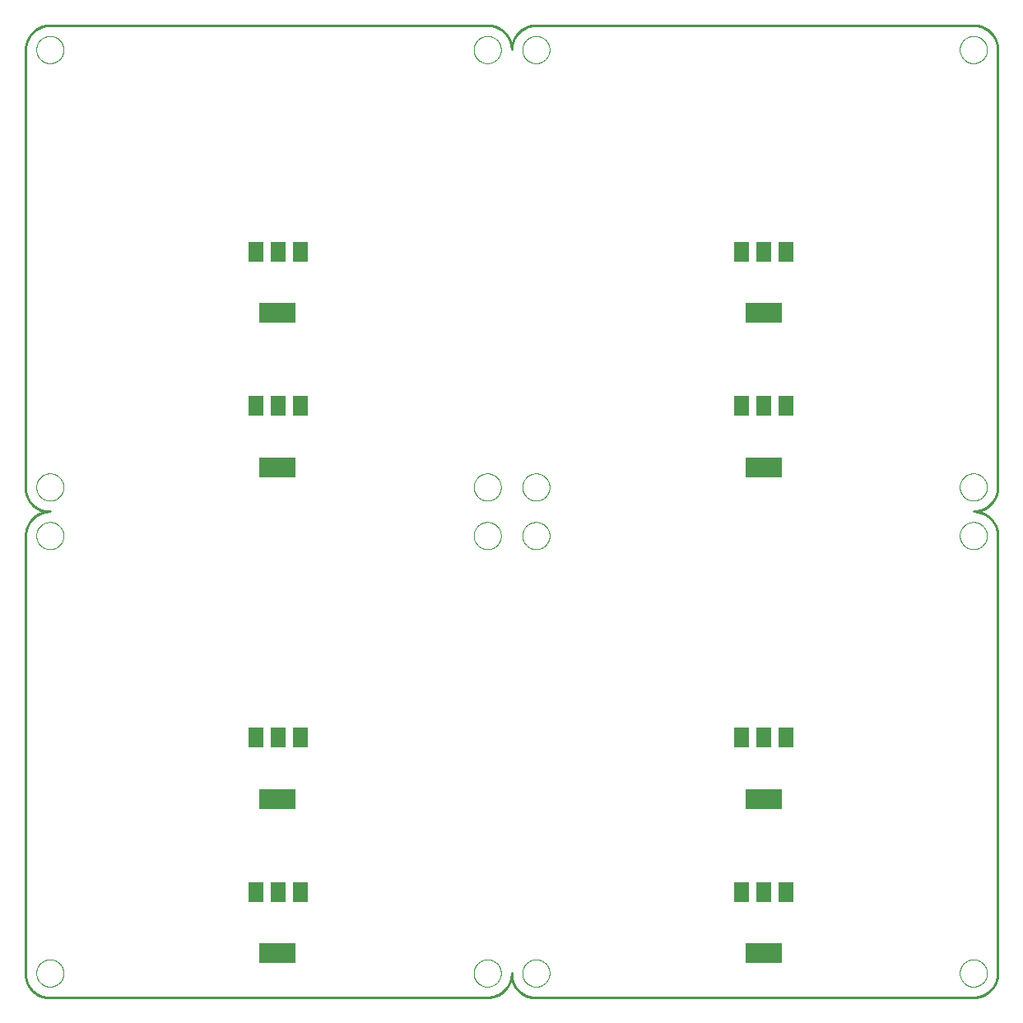
<source format=gbp>
G75*
%MOIN*%
%OFA0B0*%
%FSLAX25Y25*%
%IPPOS*%
%LPD*%
%AMOC8*
5,1,8,0,0,1.08239X$1,22.5*
%
%ADD10C,0.00000*%
%ADD11C,0.01000*%
%ADD12R,0.05900X0.07900*%
%ADD13R,0.15000X0.07900*%
D10*
X0112531Y0165186D02*
X0112533Y0165334D01*
X0112539Y0165482D01*
X0112549Y0165630D01*
X0112563Y0165777D01*
X0112581Y0165924D01*
X0112602Y0166070D01*
X0112628Y0166216D01*
X0112658Y0166361D01*
X0112691Y0166505D01*
X0112729Y0166648D01*
X0112770Y0166790D01*
X0112815Y0166931D01*
X0112863Y0167071D01*
X0112916Y0167210D01*
X0112972Y0167347D01*
X0113032Y0167482D01*
X0113095Y0167616D01*
X0113162Y0167748D01*
X0113233Y0167878D01*
X0113307Y0168006D01*
X0113384Y0168132D01*
X0113465Y0168256D01*
X0113549Y0168378D01*
X0113636Y0168497D01*
X0113727Y0168614D01*
X0113821Y0168729D01*
X0113917Y0168841D01*
X0114017Y0168951D01*
X0114119Y0169057D01*
X0114225Y0169161D01*
X0114333Y0169262D01*
X0114444Y0169360D01*
X0114557Y0169456D01*
X0114673Y0169548D01*
X0114791Y0169637D01*
X0114912Y0169722D01*
X0115035Y0169805D01*
X0115160Y0169884D01*
X0115287Y0169960D01*
X0115416Y0170032D01*
X0115547Y0170101D01*
X0115680Y0170166D01*
X0115815Y0170227D01*
X0115951Y0170285D01*
X0116088Y0170340D01*
X0116227Y0170390D01*
X0116368Y0170437D01*
X0116509Y0170480D01*
X0116652Y0170520D01*
X0116796Y0170555D01*
X0116940Y0170587D01*
X0117086Y0170614D01*
X0117232Y0170638D01*
X0117379Y0170658D01*
X0117526Y0170674D01*
X0117673Y0170686D01*
X0117821Y0170694D01*
X0117969Y0170698D01*
X0118117Y0170698D01*
X0118265Y0170694D01*
X0118413Y0170686D01*
X0118560Y0170674D01*
X0118707Y0170658D01*
X0118854Y0170638D01*
X0119000Y0170614D01*
X0119146Y0170587D01*
X0119290Y0170555D01*
X0119434Y0170520D01*
X0119577Y0170480D01*
X0119718Y0170437D01*
X0119859Y0170390D01*
X0119998Y0170340D01*
X0120135Y0170285D01*
X0120271Y0170227D01*
X0120406Y0170166D01*
X0120539Y0170101D01*
X0120670Y0170032D01*
X0120799Y0169960D01*
X0120926Y0169884D01*
X0121051Y0169805D01*
X0121174Y0169722D01*
X0121295Y0169637D01*
X0121413Y0169548D01*
X0121529Y0169456D01*
X0121642Y0169360D01*
X0121753Y0169262D01*
X0121861Y0169161D01*
X0121967Y0169057D01*
X0122069Y0168951D01*
X0122169Y0168841D01*
X0122265Y0168729D01*
X0122359Y0168614D01*
X0122450Y0168497D01*
X0122537Y0168378D01*
X0122621Y0168256D01*
X0122702Y0168132D01*
X0122779Y0168006D01*
X0122853Y0167878D01*
X0122924Y0167748D01*
X0122991Y0167616D01*
X0123054Y0167482D01*
X0123114Y0167347D01*
X0123170Y0167210D01*
X0123223Y0167071D01*
X0123271Y0166931D01*
X0123316Y0166790D01*
X0123357Y0166648D01*
X0123395Y0166505D01*
X0123428Y0166361D01*
X0123458Y0166216D01*
X0123484Y0166070D01*
X0123505Y0165924D01*
X0123523Y0165777D01*
X0123537Y0165630D01*
X0123547Y0165482D01*
X0123553Y0165334D01*
X0123555Y0165186D01*
X0123553Y0165038D01*
X0123547Y0164890D01*
X0123537Y0164742D01*
X0123523Y0164595D01*
X0123505Y0164448D01*
X0123484Y0164302D01*
X0123458Y0164156D01*
X0123428Y0164011D01*
X0123395Y0163867D01*
X0123357Y0163724D01*
X0123316Y0163582D01*
X0123271Y0163441D01*
X0123223Y0163301D01*
X0123170Y0163162D01*
X0123114Y0163025D01*
X0123054Y0162890D01*
X0122991Y0162756D01*
X0122924Y0162624D01*
X0122853Y0162494D01*
X0122779Y0162366D01*
X0122702Y0162240D01*
X0122621Y0162116D01*
X0122537Y0161994D01*
X0122450Y0161875D01*
X0122359Y0161758D01*
X0122265Y0161643D01*
X0122169Y0161531D01*
X0122069Y0161421D01*
X0121967Y0161315D01*
X0121861Y0161211D01*
X0121753Y0161110D01*
X0121642Y0161012D01*
X0121529Y0160916D01*
X0121413Y0160824D01*
X0121295Y0160735D01*
X0121174Y0160650D01*
X0121051Y0160567D01*
X0120926Y0160488D01*
X0120799Y0160412D01*
X0120670Y0160340D01*
X0120539Y0160271D01*
X0120406Y0160206D01*
X0120271Y0160145D01*
X0120135Y0160087D01*
X0119998Y0160032D01*
X0119859Y0159982D01*
X0119718Y0159935D01*
X0119577Y0159892D01*
X0119434Y0159852D01*
X0119290Y0159817D01*
X0119146Y0159785D01*
X0119000Y0159758D01*
X0118854Y0159734D01*
X0118707Y0159714D01*
X0118560Y0159698D01*
X0118413Y0159686D01*
X0118265Y0159678D01*
X0118117Y0159674D01*
X0117969Y0159674D01*
X0117821Y0159678D01*
X0117673Y0159686D01*
X0117526Y0159698D01*
X0117379Y0159714D01*
X0117232Y0159734D01*
X0117086Y0159758D01*
X0116940Y0159785D01*
X0116796Y0159817D01*
X0116652Y0159852D01*
X0116509Y0159892D01*
X0116368Y0159935D01*
X0116227Y0159982D01*
X0116088Y0160032D01*
X0115951Y0160087D01*
X0115815Y0160145D01*
X0115680Y0160206D01*
X0115547Y0160271D01*
X0115416Y0160340D01*
X0115287Y0160412D01*
X0115160Y0160488D01*
X0115035Y0160567D01*
X0114912Y0160650D01*
X0114791Y0160735D01*
X0114673Y0160824D01*
X0114557Y0160916D01*
X0114444Y0161012D01*
X0114333Y0161110D01*
X0114225Y0161211D01*
X0114119Y0161315D01*
X0114017Y0161421D01*
X0113917Y0161531D01*
X0113821Y0161643D01*
X0113727Y0161758D01*
X0113636Y0161875D01*
X0113549Y0161994D01*
X0113465Y0162116D01*
X0113384Y0162240D01*
X0113307Y0162366D01*
X0113233Y0162494D01*
X0113162Y0162624D01*
X0113095Y0162756D01*
X0113032Y0162890D01*
X0112972Y0163025D01*
X0112916Y0163162D01*
X0112863Y0163301D01*
X0112815Y0163441D01*
X0112770Y0163582D01*
X0112729Y0163724D01*
X0112691Y0163867D01*
X0112658Y0164011D01*
X0112628Y0164156D01*
X0112602Y0164302D01*
X0112581Y0164448D01*
X0112563Y0164595D01*
X0112549Y0164742D01*
X0112539Y0164890D01*
X0112533Y0165038D01*
X0112531Y0165186D01*
X0112531Y0342351D02*
X0112533Y0342499D01*
X0112539Y0342647D01*
X0112549Y0342795D01*
X0112563Y0342942D01*
X0112581Y0343089D01*
X0112602Y0343235D01*
X0112628Y0343381D01*
X0112658Y0343526D01*
X0112691Y0343670D01*
X0112729Y0343813D01*
X0112770Y0343955D01*
X0112815Y0344096D01*
X0112863Y0344236D01*
X0112916Y0344375D01*
X0112972Y0344512D01*
X0113032Y0344647D01*
X0113095Y0344781D01*
X0113162Y0344913D01*
X0113233Y0345043D01*
X0113307Y0345171D01*
X0113384Y0345297D01*
X0113465Y0345421D01*
X0113549Y0345543D01*
X0113636Y0345662D01*
X0113727Y0345779D01*
X0113821Y0345894D01*
X0113917Y0346006D01*
X0114017Y0346116D01*
X0114119Y0346222D01*
X0114225Y0346326D01*
X0114333Y0346427D01*
X0114444Y0346525D01*
X0114557Y0346621D01*
X0114673Y0346713D01*
X0114791Y0346802D01*
X0114912Y0346887D01*
X0115035Y0346970D01*
X0115160Y0347049D01*
X0115287Y0347125D01*
X0115416Y0347197D01*
X0115547Y0347266D01*
X0115680Y0347331D01*
X0115815Y0347392D01*
X0115951Y0347450D01*
X0116088Y0347505D01*
X0116227Y0347555D01*
X0116368Y0347602D01*
X0116509Y0347645D01*
X0116652Y0347685D01*
X0116796Y0347720D01*
X0116940Y0347752D01*
X0117086Y0347779D01*
X0117232Y0347803D01*
X0117379Y0347823D01*
X0117526Y0347839D01*
X0117673Y0347851D01*
X0117821Y0347859D01*
X0117969Y0347863D01*
X0118117Y0347863D01*
X0118265Y0347859D01*
X0118413Y0347851D01*
X0118560Y0347839D01*
X0118707Y0347823D01*
X0118854Y0347803D01*
X0119000Y0347779D01*
X0119146Y0347752D01*
X0119290Y0347720D01*
X0119434Y0347685D01*
X0119577Y0347645D01*
X0119718Y0347602D01*
X0119859Y0347555D01*
X0119998Y0347505D01*
X0120135Y0347450D01*
X0120271Y0347392D01*
X0120406Y0347331D01*
X0120539Y0347266D01*
X0120670Y0347197D01*
X0120799Y0347125D01*
X0120926Y0347049D01*
X0121051Y0346970D01*
X0121174Y0346887D01*
X0121295Y0346802D01*
X0121413Y0346713D01*
X0121529Y0346621D01*
X0121642Y0346525D01*
X0121753Y0346427D01*
X0121861Y0346326D01*
X0121967Y0346222D01*
X0122069Y0346116D01*
X0122169Y0346006D01*
X0122265Y0345894D01*
X0122359Y0345779D01*
X0122450Y0345662D01*
X0122537Y0345543D01*
X0122621Y0345421D01*
X0122702Y0345297D01*
X0122779Y0345171D01*
X0122853Y0345043D01*
X0122924Y0344913D01*
X0122991Y0344781D01*
X0123054Y0344647D01*
X0123114Y0344512D01*
X0123170Y0344375D01*
X0123223Y0344236D01*
X0123271Y0344096D01*
X0123316Y0343955D01*
X0123357Y0343813D01*
X0123395Y0343670D01*
X0123428Y0343526D01*
X0123458Y0343381D01*
X0123484Y0343235D01*
X0123505Y0343089D01*
X0123523Y0342942D01*
X0123537Y0342795D01*
X0123547Y0342647D01*
X0123553Y0342499D01*
X0123555Y0342351D01*
X0123553Y0342203D01*
X0123547Y0342055D01*
X0123537Y0341907D01*
X0123523Y0341760D01*
X0123505Y0341613D01*
X0123484Y0341467D01*
X0123458Y0341321D01*
X0123428Y0341176D01*
X0123395Y0341032D01*
X0123357Y0340889D01*
X0123316Y0340747D01*
X0123271Y0340606D01*
X0123223Y0340466D01*
X0123170Y0340327D01*
X0123114Y0340190D01*
X0123054Y0340055D01*
X0122991Y0339921D01*
X0122924Y0339789D01*
X0122853Y0339659D01*
X0122779Y0339531D01*
X0122702Y0339405D01*
X0122621Y0339281D01*
X0122537Y0339159D01*
X0122450Y0339040D01*
X0122359Y0338923D01*
X0122265Y0338808D01*
X0122169Y0338696D01*
X0122069Y0338586D01*
X0121967Y0338480D01*
X0121861Y0338376D01*
X0121753Y0338275D01*
X0121642Y0338177D01*
X0121529Y0338081D01*
X0121413Y0337989D01*
X0121295Y0337900D01*
X0121174Y0337815D01*
X0121051Y0337732D01*
X0120926Y0337653D01*
X0120799Y0337577D01*
X0120670Y0337505D01*
X0120539Y0337436D01*
X0120406Y0337371D01*
X0120271Y0337310D01*
X0120135Y0337252D01*
X0119998Y0337197D01*
X0119859Y0337147D01*
X0119718Y0337100D01*
X0119577Y0337057D01*
X0119434Y0337017D01*
X0119290Y0336982D01*
X0119146Y0336950D01*
X0119000Y0336923D01*
X0118854Y0336899D01*
X0118707Y0336879D01*
X0118560Y0336863D01*
X0118413Y0336851D01*
X0118265Y0336843D01*
X0118117Y0336839D01*
X0117969Y0336839D01*
X0117821Y0336843D01*
X0117673Y0336851D01*
X0117526Y0336863D01*
X0117379Y0336879D01*
X0117232Y0336899D01*
X0117086Y0336923D01*
X0116940Y0336950D01*
X0116796Y0336982D01*
X0116652Y0337017D01*
X0116509Y0337057D01*
X0116368Y0337100D01*
X0116227Y0337147D01*
X0116088Y0337197D01*
X0115951Y0337252D01*
X0115815Y0337310D01*
X0115680Y0337371D01*
X0115547Y0337436D01*
X0115416Y0337505D01*
X0115287Y0337577D01*
X0115160Y0337653D01*
X0115035Y0337732D01*
X0114912Y0337815D01*
X0114791Y0337900D01*
X0114673Y0337989D01*
X0114557Y0338081D01*
X0114444Y0338177D01*
X0114333Y0338275D01*
X0114225Y0338376D01*
X0114119Y0338480D01*
X0114017Y0338586D01*
X0113917Y0338696D01*
X0113821Y0338808D01*
X0113727Y0338923D01*
X0113636Y0339040D01*
X0113549Y0339159D01*
X0113465Y0339281D01*
X0113384Y0339405D01*
X0113307Y0339531D01*
X0113233Y0339659D01*
X0113162Y0339789D01*
X0113095Y0339921D01*
X0113032Y0340055D01*
X0112972Y0340190D01*
X0112916Y0340327D01*
X0112863Y0340466D01*
X0112815Y0340606D01*
X0112770Y0340747D01*
X0112729Y0340889D01*
X0112691Y0341032D01*
X0112658Y0341176D01*
X0112628Y0341321D01*
X0112602Y0341467D01*
X0112581Y0341613D01*
X0112563Y0341760D01*
X0112549Y0341907D01*
X0112539Y0342055D01*
X0112533Y0342203D01*
X0112531Y0342351D01*
X0112531Y0362036D02*
X0112533Y0362184D01*
X0112539Y0362332D01*
X0112549Y0362480D01*
X0112563Y0362627D01*
X0112581Y0362774D01*
X0112602Y0362920D01*
X0112628Y0363066D01*
X0112658Y0363211D01*
X0112691Y0363355D01*
X0112729Y0363498D01*
X0112770Y0363640D01*
X0112815Y0363781D01*
X0112863Y0363921D01*
X0112916Y0364060D01*
X0112972Y0364197D01*
X0113032Y0364332D01*
X0113095Y0364466D01*
X0113162Y0364598D01*
X0113233Y0364728D01*
X0113307Y0364856D01*
X0113384Y0364982D01*
X0113465Y0365106D01*
X0113549Y0365228D01*
X0113636Y0365347D01*
X0113727Y0365464D01*
X0113821Y0365579D01*
X0113917Y0365691D01*
X0114017Y0365801D01*
X0114119Y0365907D01*
X0114225Y0366011D01*
X0114333Y0366112D01*
X0114444Y0366210D01*
X0114557Y0366306D01*
X0114673Y0366398D01*
X0114791Y0366487D01*
X0114912Y0366572D01*
X0115035Y0366655D01*
X0115160Y0366734D01*
X0115287Y0366810D01*
X0115416Y0366882D01*
X0115547Y0366951D01*
X0115680Y0367016D01*
X0115815Y0367077D01*
X0115951Y0367135D01*
X0116088Y0367190D01*
X0116227Y0367240D01*
X0116368Y0367287D01*
X0116509Y0367330D01*
X0116652Y0367370D01*
X0116796Y0367405D01*
X0116940Y0367437D01*
X0117086Y0367464D01*
X0117232Y0367488D01*
X0117379Y0367508D01*
X0117526Y0367524D01*
X0117673Y0367536D01*
X0117821Y0367544D01*
X0117969Y0367548D01*
X0118117Y0367548D01*
X0118265Y0367544D01*
X0118413Y0367536D01*
X0118560Y0367524D01*
X0118707Y0367508D01*
X0118854Y0367488D01*
X0119000Y0367464D01*
X0119146Y0367437D01*
X0119290Y0367405D01*
X0119434Y0367370D01*
X0119577Y0367330D01*
X0119718Y0367287D01*
X0119859Y0367240D01*
X0119998Y0367190D01*
X0120135Y0367135D01*
X0120271Y0367077D01*
X0120406Y0367016D01*
X0120539Y0366951D01*
X0120670Y0366882D01*
X0120799Y0366810D01*
X0120926Y0366734D01*
X0121051Y0366655D01*
X0121174Y0366572D01*
X0121295Y0366487D01*
X0121413Y0366398D01*
X0121529Y0366306D01*
X0121642Y0366210D01*
X0121753Y0366112D01*
X0121861Y0366011D01*
X0121967Y0365907D01*
X0122069Y0365801D01*
X0122169Y0365691D01*
X0122265Y0365579D01*
X0122359Y0365464D01*
X0122450Y0365347D01*
X0122537Y0365228D01*
X0122621Y0365106D01*
X0122702Y0364982D01*
X0122779Y0364856D01*
X0122853Y0364728D01*
X0122924Y0364598D01*
X0122991Y0364466D01*
X0123054Y0364332D01*
X0123114Y0364197D01*
X0123170Y0364060D01*
X0123223Y0363921D01*
X0123271Y0363781D01*
X0123316Y0363640D01*
X0123357Y0363498D01*
X0123395Y0363355D01*
X0123428Y0363211D01*
X0123458Y0363066D01*
X0123484Y0362920D01*
X0123505Y0362774D01*
X0123523Y0362627D01*
X0123537Y0362480D01*
X0123547Y0362332D01*
X0123553Y0362184D01*
X0123555Y0362036D01*
X0123553Y0361888D01*
X0123547Y0361740D01*
X0123537Y0361592D01*
X0123523Y0361445D01*
X0123505Y0361298D01*
X0123484Y0361152D01*
X0123458Y0361006D01*
X0123428Y0360861D01*
X0123395Y0360717D01*
X0123357Y0360574D01*
X0123316Y0360432D01*
X0123271Y0360291D01*
X0123223Y0360151D01*
X0123170Y0360012D01*
X0123114Y0359875D01*
X0123054Y0359740D01*
X0122991Y0359606D01*
X0122924Y0359474D01*
X0122853Y0359344D01*
X0122779Y0359216D01*
X0122702Y0359090D01*
X0122621Y0358966D01*
X0122537Y0358844D01*
X0122450Y0358725D01*
X0122359Y0358608D01*
X0122265Y0358493D01*
X0122169Y0358381D01*
X0122069Y0358271D01*
X0121967Y0358165D01*
X0121861Y0358061D01*
X0121753Y0357960D01*
X0121642Y0357862D01*
X0121529Y0357766D01*
X0121413Y0357674D01*
X0121295Y0357585D01*
X0121174Y0357500D01*
X0121051Y0357417D01*
X0120926Y0357338D01*
X0120799Y0357262D01*
X0120670Y0357190D01*
X0120539Y0357121D01*
X0120406Y0357056D01*
X0120271Y0356995D01*
X0120135Y0356937D01*
X0119998Y0356882D01*
X0119859Y0356832D01*
X0119718Y0356785D01*
X0119577Y0356742D01*
X0119434Y0356702D01*
X0119290Y0356667D01*
X0119146Y0356635D01*
X0119000Y0356608D01*
X0118854Y0356584D01*
X0118707Y0356564D01*
X0118560Y0356548D01*
X0118413Y0356536D01*
X0118265Y0356528D01*
X0118117Y0356524D01*
X0117969Y0356524D01*
X0117821Y0356528D01*
X0117673Y0356536D01*
X0117526Y0356548D01*
X0117379Y0356564D01*
X0117232Y0356584D01*
X0117086Y0356608D01*
X0116940Y0356635D01*
X0116796Y0356667D01*
X0116652Y0356702D01*
X0116509Y0356742D01*
X0116368Y0356785D01*
X0116227Y0356832D01*
X0116088Y0356882D01*
X0115951Y0356937D01*
X0115815Y0356995D01*
X0115680Y0357056D01*
X0115547Y0357121D01*
X0115416Y0357190D01*
X0115287Y0357262D01*
X0115160Y0357338D01*
X0115035Y0357417D01*
X0114912Y0357500D01*
X0114791Y0357585D01*
X0114673Y0357674D01*
X0114557Y0357766D01*
X0114444Y0357862D01*
X0114333Y0357960D01*
X0114225Y0358061D01*
X0114119Y0358165D01*
X0114017Y0358271D01*
X0113917Y0358381D01*
X0113821Y0358493D01*
X0113727Y0358608D01*
X0113636Y0358725D01*
X0113549Y0358844D01*
X0113465Y0358966D01*
X0113384Y0359090D01*
X0113307Y0359216D01*
X0113233Y0359344D01*
X0113162Y0359474D01*
X0113095Y0359606D01*
X0113032Y0359740D01*
X0112972Y0359875D01*
X0112916Y0360012D01*
X0112863Y0360151D01*
X0112815Y0360291D01*
X0112770Y0360432D01*
X0112729Y0360574D01*
X0112691Y0360717D01*
X0112658Y0360861D01*
X0112628Y0361006D01*
X0112602Y0361152D01*
X0112581Y0361298D01*
X0112563Y0361445D01*
X0112549Y0361592D01*
X0112539Y0361740D01*
X0112533Y0361888D01*
X0112531Y0362036D01*
X0112531Y0539202D02*
X0112533Y0539350D01*
X0112539Y0539498D01*
X0112549Y0539646D01*
X0112563Y0539793D01*
X0112581Y0539940D01*
X0112602Y0540086D01*
X0112628Y0540232D01*
X0112658Y0540377D01*
X0112691Y0540521D01*
X0112729Y0540664D01*
X0112770Y0540806D01*
X0112815Y0540947D01*
X0112863Y0541087D01*
X0112916Y0541226D01*
X0112972Y0541363D01*
X0113032Y0541498D01*
X0113095Y0541632D01*
X0113162Y0541764D01*
X0113233Y0541894D01*
X0113307Y0542022D01*
X0113384Y0542148D01*
X0113465Y0542272D01*
X0113549Y0542394D01*
X0113636Y0542513D01*
X0113727Y0542630D01*
X0113821Y0542745D01*
X0113917Y0542857D01*
X0114017Y0542967D01*
X0114119Y0543073D01*
X0114225Y0543177D01*
X0114333Y0543278D01*
X0114444Y0543376D01*
X0114557Y0543472D01*
X0114673Y0543564D01*
X0114791Y0543653D01*
X0114912Y0543738D01*
X0115035Y0543821D01*
X0115160Y0543900D01*
X0115287Y0543976D01*
X0115416Y0544048D01*
X0115547Y0544117D01*
X0115680Y0544182D01*
X0115815Y0544243D01*
X0115951Y0544301D01*
X0116088Y0544356D01*
X0116227Y0544406D01*
X0116368Y0544453D01*
X0116509Y0544496D01*
X0116652Y0544536D01*
X0116796Y0544571D01*
X0116940Y0544603D01*
X0117086Y0544630D01*
X0117232Y0544654D01*
X0117379Y0544674D01*
X0117526Y0544690D01*
X0117673Y0544702D01*
X0117821Y0544710D01*
X0117969Y0544714D01*
X0118117Y0544714D01*
X0118265Y0544710D01*
X0118413Y0544702D01*
X0118560Y0544690D01*
X0118707Y0544674D01*
X0118854Y0544654D01*
X0119000Y0544630D01*
X0119146Y0544603D01*
X0119290Y0544571D01*
X0119434Y0544536D01*
X0119577Y0544496D01*
X0119718Y0544453D01*
X0119859Y0544406D01*
X0119998Y0544356D01*
X0120135Y0544301D01*
X0120271Y0544243D01*
X0120406Y0544182D01*
X0120539Y0544117D01*
X0120670Y0544048D01*
X0120799Y0543976D01*
X0120926Y0543900D01*
X0121051Y0543821D01*
X0121174Y0543738D01*
X0121295Y0543653D01*
X0121413Y0543564D01*
X0121529Y0543472D01*
X0121642Y0543376D01*
X0121753Y0543278D01*
X0121861Y0543177D01*
X0121967Y0543073D01*
X0122069Y0542967D01*
X0122169Y0542857D01*
X0122265Y0542745D01*
X0122359Y0542630D01*
X0122450Y0542513D01*
X0122537Y0542394D01*
X0122621Y0542272D01*
X0122702Y0542148D01*
X0122779Y0542022D01*
X0122853Y0541894D01*
X0122924Y0541764D01*
X0122991Y0541632D01*
X0123054Y0541498D01*
X0123114Y0541363D01*
X0123170Y0541226D01*
X0123223Y0541087D01*
X0123271Y0540947D01*
X0123316Y0540806D01*
X0123357Y0540664D01*
X0123395Y0540521D01*
X0123428Y0540377D01*
X0123458Y0540232D01*
X0123484Y0540086D01*
X0123505Y0539940D01*
X0123523Y0539793D01*
X0123537Y0539646D01*
X0123547Y0539498D01*
X0123553Y0539350D01*
X0123555Y0539202D01*
X0123553Y0539054D01*
X0123547Y0538906D01*
X0123537Y0538758D01*
X0123523Y0538611D01*
X0123505Y0538464D01*
X0123484Y0538318D01*
X0123458Y0538172D01*
X0123428Y0538027D01*
X0123395Y0537883D01*
X0123357Y0537740D01*
X0123316Y0537598D01*
X0123271Y0537457D01*
X0123223Y0537317D01*
X0123170Y0537178D01*
X0123114Y0537041D01*
X0123054Y0536906D01*
X0122991Y0536772D01*
X0122924Y0536640D01*
X0122853Y0536510D01*
X0122779Y0536382D01*
X0122702Y0536256D01*
X0122621Y0536132D01*
X0122537Y0536010D01*
X0122450Y0535891D01*
X0122359Y0535774D01*
X0122265Y0535659D01*
X0122169Y0535547D01*
X0122069Y0535437D01*
X0121967Y0535331D01*
X0121861Y0535227D01*
X0121753Y0535126D01*
X0121642Y0535028D01*
X0121529Y0534932D01*
X0121413Y0534840D01*
X0121295Y0534751D01*
X0121174Y0534666D01*
X0121051Y0534583D01*
X0120926Y0534504D01*
X0120799Y0534428D01*
X0120670Y0534356D01*
X0120539Y0534287D01*
X0120406Y0534222D01*
X0120271Y0534161D01*
X0120135Y0534103D01*
X0119998Y0534048D01*
X0119859Y0533998D01*
X0119718Y0533951D01*
X0119577Y0533908D01*
X0119434Y0533868D01*
X0119290Y0533833D01*
X0119146Y0533801D01*
X0119000Y0533774D01*
X0118854Y0533750D01*
X0118707Y0533730D01*
X0118560Y0533714D01*
X0118413Y0533702D01*
X0118265Y0533694D01*
X0118117Y0533690D01*
X0117969Y0533690D01*
X0117821Y0533694D01*
X0117673Y0533702D01*
X0117526Y0533714D01*
X0117379Y0533730D01*
X0117232Y0533750D01*
X0117086Y0533774D01*
X0116940Y0533801D01*
X0116796Y0533833D01*
X0116652Y0533868D01*
X0116509Y0533908D01*
X0116368Y0533951D01*
X0116227Y0533998D01*
X0116088Y0534048D01*
X0115951Y0534103D01*
X0115815Y0534161D01*
X0115680Y0534222D01*
X0115547Y0534287D01*
X0115416Y0534356D01*
X0115287Y0534428D01*
X0115160Y0534504D01*
X0115035Y0534583D01*
X0114912Y0534666D01*
X0114791Y0534751D01*
X0114673Y0534840D01*
X0114557Y0534932D01*
X0114444Y0535028D01*
X0114333Y0535126D01*
X0114225Y0535227D01*
X0114119Y0535331D01*
X0114017Y0535437D01*
X0113917Y0535547D01*
X0113821Y0535659D01*
X0113727Y0535774D01*
X0113636Y0535891D01*
X0113549Y0536010D01*
X0113465Y0536132D01*
X0113384Y0536256D01*
X0113307Y0536382D01*
X0113233Y0536510D01*
X0113162Y0536640D01*
X0113095Y0536772D01*
X0113032Y0536906D01*
X0112972Y0537041D01*
X0112916Y0537178D01*
X0112863Y0537317D01*
X0112815Y0537457D01*
X0112770Y0537598D01*
X0112729Y0537740D01*
X0112691Y0537883D01*
X0112658Y0538027D01*
X0112628Y0538172D01*
X0112602Y0538318D01*
X0112581Y0538464D01*
X0112563Y0538611D01*
X0112549Y0538758D01*
X0112539Y0538906D01*
X0112533Y0539054D01*
X0112531Y0539202D01*
X0289696Y0539202D02*
X0289698Y0539350D01*
X0289704Y0539498D01*
X0289714Y0539646D01*
X0289728Y0539793D01*
X0289746Y0539940D01*
X0289767Y0540086D01*
X0289793Y0540232D01*
X0289823Y0540377D01*
X0289856Y0540521D01*
X0289894Y0540664D01*
X0289935Y0540806D01*
X0289980Y0540947D01*
X0290028Y0541087D01*
X0290081Y0541226D01*
X0290137Y0541363D01*
X0290197Y0541498D01*
X0290260Y0541632D01*
X0290327Y0541764D01*
X0290398Y0541894D01*
X0290472Y0542022D01*
X0290549Y0542148D01*
X0290630Y0542272D01*
X0290714Y0542394D01*
X0290801Y0542513D01*
X0290892Y0542630D01*
X0290986Y0542745D01*
X0291082Y0542857D01*
X0291182Y0542967D01*
X0291284Y0543073D01*
X0291390Y0543177D01*
X0291498Y0543278D01*
X0291609Y0543376D01*
X0291722Y0543472D01*
X0291838Y0543564D01*
X0291956Y0543653D01*
X0292077Y0543738D01*
X0292200Y0543821D01*
X0292325Y0543900D01*
X0292452Y0543976D01*
X0292581Y0544048D01*
X0292712Y0544117D01*
X0292845Y0544182D01*
X0292980Y0544243D01*
X0293116Y0544301D01*
X0293253Y0544356D01*
X0293392Y0544406D01*
X0293533Y0544453D01*
X0293674Y0544496D01*
X0293817Y0544536D01*
X0293961Y0544571D01*
X0294105Y0544603D01*
X0294251Y0544630D01*
X0294397Y0544654D01*
X0294544Y0544674D01*
X0294691Y0544690D01*
X0294838Y0544702D01*
X0294986Y0544710D01*
X0295134Y0544714D01*
X0295282Y0544714D01*
X0295430Y0544710D01*
X0295578Y0544702D01*
X0295725Y0544690D01*
X0295872Y0544674D01*
X0296019Y0544654D01*
X0296165Y0544630D01*
X0296311Y0544603D01*
X0296455Y0544571D01*
X0296599Y0544536D01*
X0296742Y0544496D01*
X0296883Y0544453D01*
X0297024Y0544406D01*
X0297163Y0544356D01*
X0297300Y0544301D01*
X0297436Y0544243D01*
X0297571Y0544182D01*
X0297704Y0544117D01*
X0297835Y0544048D01*
X0297964Y0543976D01*
X0298091Y0543900D01*
X0298216Y0543821D01*
X0298339Y0543738D01*
X0298460Y0543653D01*
X0298578Y0543564D01*
X0298694Y0543472D01*
X0298807Y0543376D01*
X0298918Y0543278D01*
X0299026Y0543177D01*
X0299132Y0543073D01*
X0299234Y0542967D01*
X0299334Y0542857D01*
X0299430Y0542745D01*
X0299524Y0542630D01*
X0299615Y0542513D01*
X0299702Y0542394D01*
X0299786Y0542272D01*
X0299867Y0542148D01*
X0299944Y0542022D01*
X0300018Y0541894D01*
X0300089Y0541764D01*
X0300156Y0541632D01*
X0300219Y0541498D01*
X0300279Y0541363D01*
X0300335Y0541226D01*
X0300388Y0541087D01*
X0300436Y0540947D01*
X0300481Y0540806D01*
X0300522Y0540664D01*
X0300560Y0540521D01*
X0300593Y0540377D01*
X0300623Y0540232D01*
X0300649Y0540086D01*
X0300670Y0539940D01*
X0300688Y0539793D01*
X0300702Y0539646D01*
X0300712Y0539498D01*
X0300718Y0539350D01*
X0300720Y0539202D01*
X0300718Y0539054D01*
X0300712Y0538906D01*
X0300702Y0538758D01*
X0300688Y0538611D01*
X0300670Y0538464D01*
X0300649Y0538318D01*
X0300623Y0538172D01*
X0300593Y0538027D01*
X0300560Y0537883D01*
X0300522Y0537740D01*
X0300481Y0537598D01*
X0300436Y0537457D01*
X0300388Y0537317D01*
X0300335Y0537178D01*
X0300279Y0537041D01*
X0300219Y0536906D01*
X0300156Y0536772D01*
X0300089Y0536640D01*
X0300018Y0536510D01*
X0299944Y0536382D01*
X0299867Y0536256D01*
X0299786Y0536132D01*
X0299702Y0536010D01*
X0299615Y0535891D01*
X0299524Y0535774D01*
X0299430Y0535659D01*
X0299334Y0535547D01*
X0299234Y0535437D01*
X0299132Y0535331D01*
X0299026Y0535227D01*
X0298918Y0535126D01*
X0298807Y0535028D01*
X0298694Y0534932D01*
X0298578Y0534840D01*
X0298460Y0534751D01*
X0298339Y0534666D01*
X0298216Y0534583D01*
X0298091Y0534504D01*
X0297964Y0534428D01*
X0297835Y0534356D01*
X0297704Y0534287D01*
X0297571Y0534222D01*
X0297436Y0534161D01*
X0297300Y0534103D01*
X0297163Y0534048D01*
X0297024Y0533998D01*
X0296883Y0533951D01*
X0296742Y0533908D01*
X0296599Y0533868D01*
X0296455Y0533833D01*
X0296311Y0533801D01*
X0296165Y0533774D01*
X0296019Y0533750D01*
X0295872Y0533730D01*
X0295725Y0533714D01*
X0295578Y0533702D01*
X0295430Y0533694D01*
X0295282Y0533690D01*
X0295134Y0533690D01*
X0294986Y0533694D01*
X0294838Y0533702D01*
X0294691Y0533714D01*
X0294544Y0533730D01*
X0294397Y0533750D01*
X0294251Y0533774D01*
X0294105Y0533801D01*
X0293961Y0533833D01*
X0293817Y0533868D01*
X0293674Y0533908D01*
X0293533Y0533951D01*
X0293392Y0533998D01*
X0293253Y0534048D01*
X0293116Y0534103D01*
X0292980Y0534161D01*
X0292845Y0534222D01*
X0292712Y0534287D01*
X0292581Y0534356D01*
X0292452Y0534428D01*
X0292325Y0534504D01*
X0292200Y0534583D01*
X0292077Y0534666D01*
X0291956Y0534751D01*
X0291838Y0534840D01*
X0291722Y0534932D01*
X0291609Y0535028D01*
X0291498Y0535126D01*
X0291390Y0535227D01*
X0291284Y0535331D01*
X0291182Y0535437D01*
X0291082Y0535547D01*
X0290986Y0535659D01*
X0290892Y0535774D01*
X0290801Y0535891D01*
X0290714Y0536010D01*
X0290630Y0536132D01*
X0290549Y0536256D01*
X0290472Y0536382D01*
X0290398Y0536510D01*
X0290327Y0536640D01*
X0290260Y0536772D01*
X0290197Y0536906D01*
X0290137Y0537041D01*
X0290081Y0537178D01*
X0290028Y0537317D01*
X0289980Y0537457D01*
X0289935Y0537598D01*
X0289894Y0537740D01*
X0289856Y0537883D01*
X0289823Y0538027D01*
X0289793Y0538172D01*
X0289767Y0538318D01*
X0289746Y0538464D01*
X0289728Y0538611D01*
X0289714Y0538758D01*
X0289704Y0538906D01*
X0289698Y0539054D01*
X0289696Y0539202D01*
X0309381Y0539202D02*
X0309383Y0539350D01*
X0309389Y0539498D01*
X0309399Y0539646D01*
X0309413Y0539793D01*
X0309431Y0539940D01*
X0309452Y0540086D01*
X0309478Y0540232D01*
X0309508Y0540377D01*
X0309541Y0540521D01*
X0309579Y0540664D01*
X0309620Y0540806D01*
X0309665Y0540947D01*
X0309713Y0541087D01*
X0309766Y0541226D01*
X0309822Y0541363D01*
X0309882Y0541498D01*
X0309945Y0541632D01*
X0310012Y0541764D01*
X0310083Y0541894D01*
X0310157Y0542022D01*
X0310234Y0542148D01*
X0310315Y0542272D01*
X0310399Y0542394D01*
X0310486Y0542513D01*
X0310577Y0542630D01*
X0310671Y0542745D01*
X0310767Y0542857D01*
X0310867Y0542967D01*
X0310969Y0543073D01*
X0311075Y0543177D01*
X0311183Y0543278D01*
X0311294Y0543376D01*
X0311407Y0543472D01*
X0311523Y0543564D01*
X0311641Y0543653D01*
X0311762Y0543738D01*
X0311885Y0543821D01*
X0312010Y0543900D01*
X0312137Y0543976D01*
X0312266Y0544048D01*
X0312397Y0544117D01*
X0312530Y0544182D01*
X0312665Y0544243D01*
X0312801Y0544301D01*
X0312938Y0544356D01*
X0313077Y0544406D01*
X0313218Y0544453D01*
X0313359Y0544496D01*
X0313502Y0544536D01*
X0313646Y0544571D01*
X0313790Y0544603D01*
X0313936Y0544630D01*
X0314082Y0544654D01*
X0314229Y0544674D01*
X0314376Y0544690D01*
X0314523Y0544702D01*
X0314671Y0544710D01*
X0314819Y0544714D01*
X0314967Y0544714D01*
X0315115Y0544710D01*
X0315263Y0544702D01*
X0315410Y0544690D01*
X0315557Y0544674D01*
X0315704Y0544654D01*
X0315850Y0544630D01*
X0315996Y0544603D01*
X0316140Y0544571D01*
X0316284Y0544536D01*
X0316427Y0544496D01*
X0316568Y0544453D01*
X0316709Y0544406D01*
X0316848Y0544356D01*
X0316985Y0544301D01*
X0317121Y0544243D01*
X0317256Y0544182D01*
X0317389Y0544117D01*
X0317520Y0544048D01*
X0317649Y0543976D01*
X0317776Y0543900D01*
X0317901Y0543821D01*
X0318024Y0543738D01*
X0318145Y0543653D01*
X0318263Y0543564D01*
X0318379Y0543472D01*
X0318492Y0543376D01*
X0318603Y0543278D01*
X0318711Y0543177D01*
X0318817Y0543073D01*
X0318919Y0542967D01*
X0319019Y0542857D01*
X0319115Y0542745D01*
X0319209Y0542630D01*
X0319300Y0542513D01*
X0319387Y0542394D01*
X0319471Y0542272D01*
X0319552Y0542148D01*
X0319629Y0542022D01*
X0319703Y0541894D01*
X0319774Y0541764D01*
X0319841Y0541632D01*
X0319904Y0541498D01*
X0319964Y0541363D01*
X0320020Y0541226D01*
X0320073Y0541087D01*
X0320121Y0540947D01*
X0320166Y0540806D01*
X0320207Y0540664D01*
X0320245Y0540521D01*
X0320278Y0540377D01*
X0320308Y0540232D01*
X0320334Y0540086D01*
X0320355Y0539940D01*
X0320373Y0539793D01*
X0320387Y0539646D01*
X0320397Y0539498D01*
X0320403Y0539350D01*
X0320405Y0539202D01*
X0320403Y0539054D01*
X0320397Y0538906D01*
X0320387Y0538758D01*
X0320373Y0538611D01*
X0320355Y0538464D01*
X0320334Y0538318D01*
X0320308Y0538172D01*
X0320278Y0538027D01*
X0320245Y0537883D01*
X0320207Y0537740D01*
X0320166Y0537598D01*
X0320121Y0537457D01*
X0320073Y0537317D01*
X0320020Y0537178D01*
X0319964Y0537041D01*
X0319904Y0536906D01*
X0319841Y0536772D01*
X0319774Y0536640D01*
X0319703Y0536510D01*
X0319629Y0536382D01*
X0319552Y0536256D01*
X0319471Y0536132D01*
X0319387Y0536010D01*
X0319300Y0535891D01*
X0319209Y0535774D01*
X0319115Y0535659D01*
X0319019Y0535547D01*
X0318919Y0535437D01*
X0318817Y0535331D01*
X0318711Y0535227D01*
X0318603Y0535126D01*
X0318492Y0535028D01*
X0318379Y0534932D01*
X0318263Y0534840D01*
X0318145Y0534751D01*
X0318024Y0534666D01*
X0317901Y0534583D01*
X0317776Y0534504D01*
X0317649Y0534428D01*
X0317520Y0534356D01*
X0317389Y0534287D01*
X0317256Y0534222D01*
X0317121Y0534161D01*
X0316985Y0534103D01*
X0316848Y0534048D01*
X0316709Y0533998D01*
X0316568Y0533951D01*
X0316427Y0533908D01*
X0316284Y0533868D01*
X0316140Y0533833D01*
X0315996Y0533801D01*
X0315850Y0533774D01*
X0315704Y0533750D01*
X0315557Y0533730D01*
X0315410Y0533714D01*
X0315263Y0533702D01*
X0315115Y0533694D01*
X0314967Y0533690D01*
X0314819Y0533690D01*
X0314671Y0533694D01*
X0314523Y0533702D01*
X0314376Y0533714D01*
X0314229Y0533730D01*
X0314082Y0533750D01*
X0313936Y0533774D01*
X0313790Y0533801D01*
X0313646Y0533833D01*
X0313502Y0533868D01*
X0313359Y0533908D01*
X0313218Y0533951D01*
X0313077Y0533998D01*
X0312938Y0534048D01*
X0312801Y0534103D01*
X0312665Y0534161D01*
X0312530Y0534222D01*
X0312397Y0534287D01*
X0312266Y0534356D01*
X0312137Y0534428D01*
X0312010Y0534504D01*
X0311885Y0534583D01*
X0311762Y0534666D01*
X0311641Y0534751D01*
X0311523Y0534840D01*
X0311407Y0534932D01*
X0311294Y0535028D01*
X0311183Y0535126D01*
X0311075Y0535227D01*
X0310969Y0535331D01*
X0310867Y0535437D01*
X0310767Y0535547D01*
X0310671Y0535659D01*
X0310577Y0535774D01*
X0310486Y0535891D01*
X0310399Y0536010D01*
X0310315Y0536132D01*
X0310234Y0536256D01*
X0310157Y0536382D01*
X0310083Y0536510D01*
X0310012Y0536640D01*
X0309945Y0536772D01*
X0309882Y0536906D01*
X0309822Y0537041D01*
X0309766Y0537178D01*
X0309713Y0537317D01*
X0309665Y0537457D01*
X0309620Y0537598D01*
X0309579Y0537740D01*
X0309541Y0537883D01*
X0309508Y0538027D01*
X0309478Y0538172D01*
X0309452Y0538318D01*
X0309431Y0538464D01*
X0309413Y0538611D01*
X0309399Y0538758D01*
X0309389Y0538906D01*
X0309383Y0539054D01*
X0309381Y0539202D01*
X0309381Y0362036D02*
X0309383Y0362184D01*
X0309389Y0362332D01*
X0309399Y0362480D01*
X0309413Y0362627D01*
X0309431Y0362774D01*
X0309452Y0362920D01*
X0309478Y0363066D01*
X0309508Y0363211D01*
X0309541Y0363355D01*
X0309579Y0363498D01*
X0309620Y0363640D01*
X0309665Y0363781D01*
X0309713Y0363921D01*
X0309766Y0364060D01*
X0309822Y0364197D01*
X0309882Y0364332D01*
X0309945Y0364466D01*
X0310012Y0364598D01*
X0310083Y0364728D01*
X0310157Y0364856D01*
X0310234Y0364982D01*
X0310315Y0365106D01*
X0310399Y0365228D01*
X0310486Y0365347D01*
X0310577Y0365464D01*
X0310671Y0365579D01*
X0310767Y0365691D01*
X0310867Y0365801D01*
X0310969Y0365907D01*
X0311075Y0366011D01*
X0311183Y0366112D01*
X0311294Y0366210D01*
X0311407Y0366306D01*
X0311523Y0366398D01*
X0311641Y0366487D01*
X0311762Y0366572D01*
X0311885Y0366655D01*
X0312010Y0366734D01*
X0312137Y0366810D01*
X0312266Y0366882D01*
X0312397Y0366951D01*
X0312530Y0367016D01*
X0312665Y0367077D01*
X0312801Y0367135D01*
X0312938Y0367190D01*
X0313077Y0367240D01*
X0313218Y0367287D01*
X0313359Y0367330D01*
X0313502Y0367370D01*
X0313646Y0367405D01*
X0313790Y0367437D01*
X0313936Y0367464D01*
X0314082Y0367488D01*
X0314229Y0367508D01*
X0314376Y0367524D01*
X0314523Y0367536D01*
X0314671Y0367544D01*
X0314819Y0367548D01*
X0314967Y0367548D01*
X0315115Y0367544D01*
X0315263Y0367536D01*
X0315410Y0367524D01*
X0315557Y0367508D01*
X0315704Y0367488D01*
X0315850Y0367464D01*
X0315996Y0367437D01*
X0316140Y0367405D01*
X0316284Y0367370D01*
X0316427Y0367330D01*
X0316568Y0367287D01*
X0316709Y0367240D01*
X0316848Y0367190D01*
X0316985Y0367135D01*
X0317121Y0367077D01*
X0317256Y0367016D01*
X0317389Y0366951D01*
X0317520Y0366882D01*
X0317649Y0366810D01*
X0317776Y0366734D01*
X0317901Y0366655D01*
X0318024Y0366572D01*
X0318145Y0366487D01*
X0318263Y0366398D01*
X0318379Y0366306D01*
X0318492Y0366210D01*
X0318603Y0366112D01*
X0318711Y0366011D01*
X0318817Y0365907D01*
X0318919Y0365801D01*
X0319019Y0365691D01*
X0319115Y0365579D01*
X0319209Y0365464D01*
X0319300Y0365347D01*
X0319387Y0365228D01*
X0319471Y0365106D01*
X0319552Y0364982D01*
X0319629Y0364856D01*
X0319703Y0364728D01*
X0319774Y0364598D01*
X0319841Y0364466D01*
X0319904Y0364332D01*
X0319964Y0364197D01*
X0320020Y0364060D01*
X0320073Y0363921D01*
X0320121Y0363781D01*
X0320166Y0363640D01*
X0320207Y0363498D01*
X0320245Y0363355D01*
X0320278Y0363211D01*
X0320308Y0363066D01*
X0320334Y0362920D01*
X0320355Y0362774D01*
X0320373Y0362627D01*
X0320387Y0362480D01*
X0320397Y0362332D01*
X0320403Y0362184D01*
X0320405Y0362036D01*
X0320403Y0361888D01*
X0320397Y0361740D01*
X0320387Y0361592D01*
X0320373Y0361445D01*
X0320355Y0361298D01*
X0320334Y0361152D01*
X0320308Y0361006D01*
X0320278Y0360861D01*
X0320245Y0360717D01*
X0320207Y0360574D01*
X0320166Y0360432D01*
X0320121Y0360291D01*
X0320073Y0360151D01*
X0320020Y0360012D01*
X0319964Y0359875D01*
X0319904Y0359740D01*
X0319841Y0359606D01*
X0319774Y0359474D01*
X0319703Y0359344D01*
X0319629Y0359216D01*
X0319552Y0359090D01*
X0319471Y0358966D01*
X0319387Y0358844D01*
X0319300Y0358725D01*
X0319209Y0358608D01*
X0319115Y0358493D01*
X0319019Y0358381D01*
X0318919Y0358271D01*
X0318817Y0358165D01*
X0318711Y0358061D01*
X0318603Y0357960D01*
X0318492Y0357862D01*
X0318379Y0357766D01*
X0318263Y0357674D01*
X0318145Y0357585D01*
X0318024Y0357500D01*
X0317901Y0357417D01*
X0317776Y0357338D01*
X0317649Y0357262D01*
X0317520Y0357190D01*
X0317389Y0357121D01*
X0317256Y0357056D01*
X0317121Y0356995D01*
X0316985Y0356937D01*
X0316848Y0356882D01*
X0316709Y0356832D01*
X0316568Y0356785D01*
X0316427Y0356742D01*
X0316284Y0356702D01*
X0316140Y0356667D01*
X0315996Y0356635D01*
X0315850Y0356608D01*
X0315704Y0356584D01*
X0315557Y0356564D01*
X0315410Y0356548D01*
X0315263Y0356536D01*
X0315115Y0356528D01*
X0314967Y0356524D01*
X0314819Y0356524D01*
X0314671Y0356528D01*
X0314523Y0356536D01*
X0314376Y0356548D01*
X0314229Y0356564D01*
X0314082Y0356584D01*
X0313936Y0356608D01*
X0313790Y0356635D01*
X0313646Y0356667D01*
X0313502Y0356702D01*
X0313359Y0356742D01*
X0313218Y0356785D01*
X0313077Y0356832D01*
X0312938Y0356882D01*
X0312801Y0356937D01*
X0312665Y0356995D01*
X0312530Y0357056D01*
X0312397Y0357121D01*
X0312266Y0357190D01*
X0312137Y0357262D01*
X0312010Y0357338D01*
X0311885Y0357417D01*
X0311762Y0357500D01*
X0311641Y0357585D01*
X0311523Y0357674D01*
X0311407Y0357766D01*
X0311294Y0357862D01*
X0311183Y0357960D01*
X0311075Y0358061D01*
X0310969Y0358165D01*
X0310867Y0358271D01*
X0310767Y0358381D01*
X0310671Y0358493D01*
X0310577Y0358608D01*
X0310486Y0358725D01*
X0310399Y0358844D01*
X0310315Y0358966D01*
X0310234Y0359090D01*
X0310157Y0359216D01*
X0310083Y0359344D01*
X0310012Y0359474D01*
X0309945Y0359606D01*
X0309882Y0359740D01*
X0309822Y0359875D01*
X0309766Y0360012D01*
X0309713Y0360151D01*
X0309665Y0360291D01*
X0309620Y0360432D01*
X0309579Y0360574D01*
X0309541Y0360717D01*
X0309508Y0360861D01*
X0309478Y0361006D01*
X0309452Y0361152D01*
X0309431Y0361298D01*
X0309413Y0361445D01*
X0309399Y0361592D01*
X0309389Y0361740D01*
X0309383Y0361888D01*
X0309381Y0362036D01*
X0289696Y0362036D02*
X0289698Y0362184D01*
X0289704Y0362332D01*
X0289714Y0362480D01*
X0289728Y0362627D01*
X0289746Y0362774D01*
X0289767Y0362920D01*
X0289793Y0363066D01*
X0289823Y0363211D01*
X0289856Y0363355D01*
X0289894Y0363498D01*
X0289935Y0363640D01*
X0289980Y0363781D01*
X0290028Y0363921D01*
X0290081Y0364060D01*
X0290137Y0364197D01*
X0290197Y0364332D01*
X0290260Y0364466D01*
X0290327Y0364598D01*
X0290398Y0364728D01*
X0290472Y0364856D01*
X0290549Y0364982D01*
X0290630Y0365106D01*
X0290714Y0365228D01*
X0290801Y0365347D01*
X0290892Y0365464D01*
X0290986Y0365579D01*
X0291082Y0365691D01*
X0291182Y0365801D01*
X0291284Y0365907D01*
X0291390Y0366011D01*
X0291498Y0366112D01*
X0291609Y0366210D01*
X0291722Y0366306D01*
X0291838Y0366398D01*
X0291956Y0366487D01*
X0292077Y0366572D01*
X0292200Y0366655D01*
X0292325Y0366734D01*
X0292452Y0366810D01*
X0292581Y0366882D01*
X0292712Y0366951D01*
X0292845Y0367016D01*
X0292980Y0367077D01*
X0293116Y0367135D01*
X0293253Y0367190D01*
X0293392Y0367240D01*
X0293533Y0367287D01*
X0293674Y0367330D01*
X0293817Y0367370D01*
X0293961Y0367405D01*
X0294105Y0367437D01*
X0294251Y0367464D01*
X0294397Y0367488D01*
X0294544Y0367508D01*
X0294691Y0367524D01*
X0294838Y0367536D01*
X0294986Y0367544D01*
X0295134Y0367548D01*
X0295282Y0367548D01*
X0295430Y0367544D01*
X0295578Y0367536D01*
X0295725Y0367524D01*
X0295872Y0367508D01*
X0296019Y0367488D01*
X0296165Y0367464D01*
X0296311Y0367437D01*
X0296455Y0367405D01*
X0296599Y0367370D01*
X0296742Y0367330D01*
X0296883Y0367287D01*
X0297024Y0367240D01*
X0297163Y0367190D01*
X0297300Y0367135D01*
X0297436Y0367077D01*
X0297571Y0367016D01*
X0297704Y0366951D01*
X0297835Y0366882D01*
X0297964Y0366810D01*
X0298091Y0366734D01*
X0298216Y0366655D01*
X0298339Y0366572D01*
X0298460Y0366487D01*
X0298578Y0366398D01*
X0298694Y0366306D01*
X0298807Y0366210D01*
X0298918Y0366112D01*
X0299026Y0366011D01*
X0299132Y0365907D01*
X0299234Y0365801D01*
X0299334Y0365691D01*
X0299430Y0365579D01*
X0299524Y0365464D01*
X0299615Y0365347D01*
X0299702Y0365228D01*
X0299786Y0365106D01*
X0299867Y0364982D01*
X0299944Y0364856D01*
X0300018Y0364728D01*
X0300089Y0364598D01*
X0300156Y0364466D01*
X0300219Y0364332D01*
X0300279Y0364197D01*
X0300335Y0364060D01*
X0300388Y0363921D01*
X0300436Y0363781D01*
X0300481Y0363640D01*
X0300522Y0363498D01*
X0300560Y0363355D01*
X0300593Y0363211D01*
X0300623Y0363066D01*
X0300649Y0362920D01*
X0300670Y0362774D01*
X0300688Y0362627D01*
X0300702Y0362480D01*
X0300712Y0362332D01*
X0300718Y0362184D01*
X0300720Y0362036D01*
X0300718Y0361888D01*
X0300712Y0361740D01*
X0300702Y0361592D01*
X0300688Y0361445D01*
X0300670Y0361298D01*
X0300649Y0361152D01*
X0300623Y0361006D01*
X0300593Y0360861D01*
X0300560Y0360717D01*
X0300522Y0360574D01*
X0300481Y0360432D01*
X0300436Y0360291D01*
X0300388Y0360151D01*
X0300335Y0360012D01*
X0300279Y0359875D01*
X0300219Y0359740D01*
X0300156Y0359606D01*
X0300089Y0359474D01*
X0300018Y0359344D01*
X0299944Y0359216D01*
X0299867Y0359090D01*
X0299786Y0358966D01*
X0299702Y0358844D01*
X0299615Y0358725D01*
X0299524Y0358608D01*
X0299430Y0358493D01*
X0299334Y0358381D01*
X0299234Y0358271D01*
X0299132Y0358165D01*
X0299026Y0358061D01*
X0298918Y0357960D01*
X0298807Y0357862D01*
X0298694Y0357766D01*
X0298578Y0357674D01*
X0298460Y0357585D01*
X0298339Y0357500D01*
X0298216Y0357417D01*
X0298091Y0357338D01*
X0297964Y0357262D01*
X0297835Y0357190D01*
X0297704Y0357121D01*
X0297571Y0357056D01*
X0297436Y0356995D01*
X0297300Y0356937D01*
X0297163Y0356882D01*
X0297024Y0356832D01*
X0296883Y0356785D01*
X0296742Y0356742D01*
X0296599Y0356702D01*
X0296455Y0356667D01*
X0296311Y0356635D01*
X0296165Y0356608D01*
X0296019Y0356584D01*
X0295872Y0356564D01*
X0295725Y0356548D01*
X0295578Y0356536D01*
X0295430Y0356528D01*
X0295282Y0356524D01*
X0295134Y0356524D01*
X0294986Y0356528D01*
X0294838Y0356536D01*
X0294691Y0356548D01*
X0294544Y0356564D01*
X0294397Y0356584D01*
X0294251Y0356608D01*
X0294105Y0356635D01*
X0293961Y0356667D01*
X0293817Y0356702D01*
X0293674Y0356742D01*
X0293533Y0356785D01*
X0293392Y0356832D01*
X0293253Y0356882D01*
X0293116Y0356937D01*
X0292980Y0356995D01*
X0292845Y0357056D01*
X0292712Y0357121D01*
X0292581Y0357190D01*
X0292452Y0357262D01*
X0292325Y0357338D01*
X0292200Y0357417D01*
X0292077Y0357500D01*
X0291956Y0357585D01*
X0291838Y0357674D01*
X0291722Y0357766D01*
X0291609Y0357862D01*
X0291498Y0357960D01*
X0291390Y0358061D01*
X0291284Y0358165D01*
X0291182Y0358271D01*
X0291082Y0358381D01*
X0290986Y0358493D01*
X0290892Y0358608D01*
X0290801Y0358725D01*
X0290714Y0358844D01*
X0290630Y0358966D01*
X0290549Y0359090D01*
X0290472Y0359216D01*
X0290398Y0359344D01*
X0290327Y0359474D01*
X0290260Y0359606D01*
X0290197Y0359740D01*
X0290137Y0359875D01*
X0290081Y0360012D01*
X0290028Y0360151D01*
X0289980Y0360291D01*
X0289935Y0360432D01*
X0289894Y0360574D01*
X0289856Y0360717D01*
X0289823Y0360861D01*
X0289793Y0361006D01*
X0289767Y0361152D01*
X0289746Y0361298D01*
X0289728Y0361445D01*
X0289714Y0361592D01*
X0289704Y0361740D01*
X0289698Y0361888D01*
X0289696Y0362036D01*
X0289696Y0342351D02*
X0289698Y0342499D01*
X0289704Y0342647D01*
X0289714Y0342795D01*
X0289728Y0342942D01*
X0289746Y0343089D01*
X0289767Y0343235D01*
X0289793Y0343381D01*
X0289823Y0343526D01*
X0289856Y0343670D01*
X0289894Y0343813D01*
X0289935Y0343955D01*
X0289980Y0344096D01*
X0290028Y0344236D01*
X0290081Y0344375D01*
X0290137Y0344512D01*
X0290197Y0344647D01*
X0290260Y0344781D01*
X0290327Y0344913D01*
X0290398Y0345043D01*
X0290472Y0345171D01*
X0290549Y0345297D01*
X0290630Y0345421D01*
X0290714Y0345543D01*
X0290801Y0345662D01*
X0290892Y0345779D01*
X0290986Y0345894D01*
X0291082Y0346006D01*
X0291182Y0346116D01*
X0291284Y0346222D01*
X0291390Y0346326D01*
X0291498Y0346427D01*
X0291609Y0346525D01*
X0291722Y0346621D01*
X0291838Y0346713D01*
X0291956Y0346802D01*
X0292077Y0346887D01*
X0292200Y0346970D01*
X0292325Y0347049D01*
X0292452Y0347125D01*
X0292581Y0347197D01*
X0292712Y0347266D01*
X0292845Y0347331D01*
X0292980Y0347392D01*
X0293116Y0347450D01*
X0293253Y0347505D01*
X0293392Y0347555D01*
X0293533Y0347602D01*
X0293674Y0347645D01*
X0293817Y0347685D01*
X0293961Y0347720D01*
X0294105Y0347752D01*
X0294251Y0347779D01*
X0294397Y0347803D01*
X0294544Y0347823D01*
X0294691Y0347839D01*
X0294838Y0347851D01*
X0294986Y0347859D01*
X0295134Y0347863D01*
X0295282Y0347863D01*
X0295430Y0347859D01*
X0295578Y0347851D01*
X0295725Y0347839D01*
X0295872Y0347823D01*
X0296019Y0347803D01*
X0296165Y0347779D01*
X0296311Y0347752D01*
X0296455Y0347720D01*
X0296599Y0347685D01*
X0296742Y0347645D01*
X0296883Y0347602D01*
X0297024Y0347555D01*
X0297163Y0347505D01*
X0297300Y0347450D01*
X0297436Y0347392D01*
X0297571Y0347331D01*
X0297704Y0347266D01*
X0297835Y0347197D01*
X0297964Y0347125D01*
X0298091Y0347049D01*
X0298216Y0346970D01*
X0298339Y0346887D01*
X0298460Y0346802D01*
X0298578Y0346713D01*
X0298694Y0346621D01*
X0298807Y0346525D01*
X0298918Y0346427D01*
X0299026Y0346326D01*
X0299132Y0346222D01*
X0299234Y0346116D01*
X0299334Y0346006D01*
X0299430Y0345894D01*
X0299524Y0345779D01*
X0299615Y0345662D01*
X0299702Y0345543D01*
X0299786Y0345421D01*
X0299867Y0345297D01*
X0299944Y0345171D01*
X0300018Y0345043D01*
X0300089Y0344913D01*
X0300156Y0344781D01*
X0300219Y0344647D01*
X0300279Y0344512D01*
X0300335Y0344375D01*
X0300388Y0344236D01*
X0300436Y0344096D01*
X0300481Y0343955D01*
X0300522Y0343813D01*
X0300560Y0343670D01*
X0300593Y0343526D01*
X0300623Y0343381D01*
X0300649Y0343235D01*
X0300670Y0343089D01*
X0300688Y0342942D01*
X0300702Y0342795D01*
X0300712Y0342647D01*
X0300718Y0342499D01*
X0300720Y0342351D01*
X0300718Y0342203D01*
X0300712Y0342055D01*
X0300702Y0341907D01*
X0300688Y0341760D01*
X0300670Y0341613D01*
X0300649Y0341467D01*
X0300623Y0341321D01*
X0300593Y0341176D01*
X0300560Y0341032D01*
X0300522Y0340889D01*
X0300481Y0340747D01*
X0300436Y0340606D01*
X0300388Y0340466D01*
X0300335Y0340327D01*
X0300279Y0340190D01*
X0300219Y0340055D01*
X0300156Y0339921D01*
X0300089Y0339789D01*
X0300018Y0339659D01*
X0299944Y0339531D01*
X0299867Y0339405D01*
X0299786Y0339281D01*
X0299702Y0339159D01*
X0299615Y0339040D01*
X0299524Y0338923D01*
X0299430Y0338808D01*
X0299334Y0338696D01*
X0299234Y0338586D01*
X0299132Y0338480D01*
X0299026Y0338376D01*
X0298918Y0338275D01*
X0298807Y0338177D01*
X0298694Y0338081D01*
X0298578Y0337989D01*
X0298460Y0337900D01*
X0298339Y0337815D01*
X0298216Y0337732D01*
X0298091Y0337653D01*
X0297964Y0337577D01*
X0297835Y0337505D01*
X0297704Y0337436D01*
X0297571Y0337371D01*
X0297436Y0337310D01*
X0297300Y0337252D01*
X0297163Y0337197D01*
X0297024Y0337147D01*
X0296883Y0337100D01*
X0296742Y0337057D01*
X0296599Y0337017D01*
X0296455Y0336982D01*
X0296311Y0336950D01*
X0296165Y0336923D01*
X0296019Y0336899D01*
X0295872Y0336879D01*
X0295725Y0336863D01*
X0295578Y0336851D01*
X0295430Y0336843D01*
X0295282Y0336839D01*
X0295134Y0336839D01*
X0294986Y0336843D01*
X0294838Y0336851D01*
X0294691Y0336863D01*
X0294544Y0336879D01*
X0294397Y0336899D01*
X0294251Y0336923D01*
X0294105Y0336950D01*
X0293961Y0336982D01*
X0293817Y0337017D01*
X0293674Y0337057D01*
X0293533Y0337100D01*
X0293392Y0337147D01*
X0293253Y0337197D01*
X0293116Y0337252D01*
X0292980Y0337310D01*
X0292845Y0337371D01*
X0292712Y0337436D01*
X0292581Y0337505D01*
X0292452Y0337577D01*
X0292325Y0337653D01*
X0292200Y0337732D01*
X0292077Y0337815D01*
X0291956Y0337900D01*
X0291838Y0337989D01*
X0291722Y0338081D01*
X0291609Y0338177D01*
X0291498Y0338275D01*
X0291390Y0338376D01*
X0291284Y0338480D01*
X0291182Y0338586D01*
X0291082Y0338696D01*
X0290986Y0338808D01*
X0290892Y0338923D01*
X0290801Y0339040D01*
X0290714Y0339159D01*
X0290630Y0339281D01*
X0290549Y0339405D01*
X0290472Y0339531D01*
X0290398Y0339659D01*
X0290327Y0339789D01*
X0290260Y0339921D01*
X0290197Y0340055D01*
X0290137Y0340190D01*
X0290081Y0340327D01*
X0290028Y0340466D01*
X0289980Y0340606D01*
X0289935Y0340747D01*
X0289894Y0340889D01*
X0289856Y0341032D01*
X0289823Y0341176D01*
X0289793Y0341321D01*
X0289767Y0341467D01*
X0289746Y0341613D01*
X0289728Y0341760D01*
X0289714Y0341907D01*
X0289704Y0342055D01*
X0289698Y0342203D01*
X0289696Y0342351D01*
X0309381Y0342351D02*
X0309383Y0342499D01*
X0309389Y0342647D01*
X0309399Y0342795D01*
X0309413Y0342942D01*
X0309431Y0343089D01*
X0309452Y0343235D01*
X0309478Y0343381D01*
X0309508Y0343526D01*
X0309541Y0343670D01*
X0309579Y0343813D01*
X0309620Y0343955D01*
X0309665Y0344096D01*
X0309713Y0344236D01*
X0309766Y0344375D01*
X0309822Y0344512D01*
X0309882Y0344647D01*
X0309945Y0344781D01*
X0310012Y0344913D01*
X0310083Y0345043D01*
X0310157Y0345171D01*
X0310234Y0345297D01*
X0310315Y0345421D01*
X0310399Y0345543D01*
X0310486Y0345662D01*
X0310577Y0345779D01*
X0310671Y0345894D01*
X0310767Y0346006D01*
X0310867Y0346116D01*
X0310969Y0346222D01*
X0311075Y0346326D01*
X0311183Y0346427D01*
X0311294Y0346525D01*
X0311407Y0346621D01*
X0311523Y0346713D01*
X0311641Y0346802D01*
X0311762Y0346887D01*
X0311885Y0346970D01*
X0312010Y0347049D01*
X0312137Y0347125D01*
X0312266Y0347197D01*
X0312397Y0347266D01*
X0312530Y0347331D01*
X0312665Y0347392D01*
X0312801Y0347450D01*
X0312938Y0347505D01*
X0313077Y0347555D01*
X0313218Y0347602D01*
X0313359Y0347645D01*
X0313502Y0347685D01*
X0313646Y0347720D01*
X0313790Y0347752D01*
X0313936Y0347779D01*
X0314082Y0347803D01*
X0314229Y0347823D01*
X0314376Y0347839D01*
X0314523Y0347851D01*
X0314671Y0347859D01*
X0314819Y0347863D01*
X0314967Y0347863D01*
X0315115Y0347859D01*
X0315263Y0347851D01*
X0315410Y0347839D01*
X0315557Y0347823D01*
X0315704Y0347803D01*
X0315850Y0347779D01*
X0315996Y0347752D01*
X0316140Y0347720D01*
X0316284Y0347685D01*
X0316427Y0347645D01*
X0316568Y0347602D01*
X0316709Y0347555D01*
X0316848Y0347505D01*
X0316985Y0347450D01*
X0317121Y0347392D01*
X0317256Y0347331D01*
X0317389Y0347266D01*
X0317520Y0347197D01*
X0317649Y0347125D01*
X0317776Y0347049D01*
X0317901Y0346970D01*
X0318024Y0346887D01*
X0318145Y0346802D01*
X0318263Y0346713D01*
X0318379Y0346621D01*
X0318492Y0346525D01*
X0318603Y0346427D01*
X0318711Y0346326D01*
X0318817Y0346222D01*
X0318919Y0346116D01*
X0319019Y0346006D01*
X0319115Y0345894D01*
X0319209Y0345779D01*
X0319300Y0345662D01*
X0319387Y0345543D01*
X0319471Y0345421D01*
X0319552Y0345297D01*
X0319629Y0345171D01*
X0319703Y0345043D01*
X0319774Y0344913D01*
X0319841Y0344781D01*
X0319904Y0344647D01*
X0319964Y0344512D01*
X0320020Y0344375D01*
X0320073Y0344236D01*
X0320121Y0344096D01*
X0320166Y0343955D01*
X0320207Y0343813D01*
X0320245Y0343670D01*
X0320278Y0343526D01*
X0320308Y0343381D01*
X0320334Y0343235D01*
X0320355Y0343089D01*
X0320373Y0342942D01*
X0320387Y0342795D01*
X0320397Y0342647D01*
X0320403Y0342499D01*
X0320405Y0342351D01*
X0320403Y0342203D01*
X0320397Y0342055D01*
X0320387Y0341907D01*
X0320373Y0341760D01*
X0320355Y0341613D01*
X0320334Y0341467D01*
X0320308Y0341321D01*
X0320278Y0341176D01*
X0320245Y0341032D01*
X0320207Y0340889D01*
X0320166Y0340747D01*
X0320121Y0340606D01*
X0320073Y0340466D01*
X0320020Y0340327D01*
X0319964Y0340190D01*
X0319904Y0340055D01*
X0319841Y0339921D01*
X0319774Y0339789D01*
X0319703Y0339659D01*
X0319629Y0339531D01*
X0319552Y0339405D01*
X0319471Y0339281D01*
X0319387Y0339159D01*
X0319300Y0339040D01*
X0319209Y0338923D01*
X0319115Y0338808D01*
X0319019Y0338696D01*
X0318919Y0338586D01*
X0318817Y0338480D01*
X0318711Y0338376D01*
X0318603Y0338275D01*
X0318492Y0338177D01*
X0318379Y0338081D01*
X0318263Y0337989D01*
X0318145Y0337900D01*
X0318024Y0337815D01*
X0317901Y0337732D01*
X0317776Y0337653D01*
X0317649Y0337577D01*
X0317520Y0337505D01*
X0317389Y0337436D01*
X0317256Y0337371D01*
X0317121Y0337310D01*
X0316985Y0337252D01*
X0316848Y0337197D01*
X0316709Y0337147D01*
X0316568Y0337100D01*
X0316427Y0337057D01*
X0316284Y0337017D01*
X0316140Y0336982D01*
X0315996Y0336950D01*
X0315850Y0336923D01*
X0315704Y0336899D01*
X0315557Y0336879D01*
X0315410Y0336863D01*
X0315263Y0336851D01*
X0315115Y0336843D01*
X0314967Y0336839D01*
X0314819Y0336839D01*
X0314671Y0336843D01*
X0314523Y0336851D01*
X0314376Y0336863D01*
X0314229Y0336879D01*
X0314082Y0336899D01*
X0313936Y0336923D01*
X0313790Y0336950D01*
X0313646Y0336982D01*
X0313502Y0337017D01*
X0313359Y0337057D01*
X0313218Y0337100D01*
X0313077Y0337147D01*
X0312938Y0337197D01*
X0312801Y0337252D01*
X0312665Y0337310D01*
X0312530Y0337371D01*
X0312397Y0337436D01*
X0312266Y0337505D01*
X0312137Y0337577D01*
X0312010Y0337653D01*
X0311885Y0337732D01*
X0311762Y0337815D01*
X0311641Y0337900D01*
X0311523Y0337989D01*
X0311407Y0338081D01*
X0311294Y0338177D01*
X0311183Y0338275D01*
X0311075Y0338376D01*
X0310969Y0338480D01*
X0310867Y0338586D01*
X0310767Y0338696D01*
X0310671Y0338808D01*
X0310577Y0338923D01*
X0310486Y0339040D01*
X0310399Y0339159D01*
X0310315Y0339281D01*
X0310234Y0339405D01*
X0310157Y0339531D01*
X0310083Y0339659D01*
X0310012Y0339789D01*
X0309945Y0339921D01*
X0309882Y0340055D01*
X0309822Y0340190D01*
X0309766Y0340327D01*
X0309713Y0340466D01*
X0309665Y0340606D01*
X0309620Y0340747D01*
X0309579Y0340889D01*
X0309541Y0341032D01*
X0309508Y0341176D01*
X0309478Y0341321D01*
X0309452Y0341467D01*
X0309431Y0341613D01*
X0309413Y0341760D01*
X0309399Y0341907D01*
X0309389Y0342055D01*
X0309383Y0342203D01*
X0309381Y0342351D01*
X0309381Y0165186D02*
X0309383Y0165334D01*
X0309389Y0165482D01*
X0309399Y0165630D01*
X0309413Y0165777D01*
X0309431Y0165924D01*
X0309452Y0166070D01*
X0309478Y0166216D01*
X0309508Y0166361D01*
X0309541Y0166505D01*
X0309579Y0166648D01*
X0309620Y0166790D01*
X0309665Y0166931D01*
X0309713Y0167071D01*
X0309766Y0167210D01*
X0309822Y0167347D01*
X0309882Y0167482D01*
X0309945Y0167616D01*
X0310012Y0167748D01*
X0310083Y0167878D01*
X0310157Y0168006D01*
X0310234Y0168132D01*
X0310315Y0168256D01*
X0310399Y0168378D01*
X0310486Y0168497D01*
X0310577Y0168614D01*
X0310671Y0168729D01*
X0310767Y0168841D01*
X0310867Y0168951D01*
X0310969Y0169057D01*
X0311075Y0169161D01*
X0311183Y0169262D01*
X0311294Y0169360D01*
X0311407Y0169456D01*
X0311523Y0169548D01*
X0311641Y0169637D01*
X0311762Y0169722D01*
X0311885Y0169805D01*
X0312010Y0169884D01*
X0312137Y0169960D01*
X0312266Y0170032D01*
X0312397Y0170101D01*
X0312530Y0170166D01*
X0312665Y0170227D01*
X0312801Y0170285D01*
X0312938Y0170340D01*
X0313077Y0170390D01*
X0313218Y0170437D01*
X0313359Y0170480D01*
X0313502Y0170520D01*
X0313646Y0170555D01*
X0313790Y0170587D01*
X0313936Y0170614D01*
X0314082Y0170638D01*
X0314229Y0170658D01*
X0314376Y0170674D01*
X0314523Y0170686D01*
X0314671Y0170694D01*
X0314819Y0170698D01*
X0314967Y0170698D01*
X0315115Y0170694D01*
X0315263Y0170686D01*
X0315410Y0170674D01*
X0315557Y0170658D01*
X0315704Y0170638D01*
X0315850Y0170614D01*
X0315996Y0170587D01*
X0316140Y0170555D01*
X0316284Y0170520D01*
X0316427Y0170480D01*
X0316568Y0170437D01*
X0316709Y0170390D01*
X0316848Y0170340D01*
X0316985Y0170285D01*
X0317121Y0170227D01*
X0317256Y0170166D01*
X0317389Y0170101D01*
X0317520Y0170032D01*
X0317649Y0169960D01*
X0317776Y0169884D01*
X0317901Y0169805D01*
X0318024Y0169722D01*
X0318145Y0169637D01*
X0318263Y0169548D01*
X0318379Y0169456D01*
X0318492Y0169360D01*
X0318603Y0169262D01*
X0318711Y0169161D01*
X0318817Y0169057D01*
X0318919Y0168951D01*
X0319019Y0168841D01*
X0319115Y0168729D01*
X0319209Y0168614D01*
X0319300Y0168497D01*
X0319387Y0168378D01*
X0319471Y0168256D01*
X0319552Y0168132D01*
X0319629Y0168006D01*
X0319703Y0167878D01*
X0319774Y0167748D01*
X0319841Y0167616D01*
X0319904Y0167482D01*
X0319964Y0167347D01*
X0320020Y0167210D01*
X0320073Y0167071D01*
X0320121Y0166931D01*
X0320166Y0166790D01*
X0320207Y0166648D01*
X0320245Y0166505D01*
X0320278Y0166361D01*
X0320308Y0166216D01*
X0320334Y0166070D01*
X0320355Y0165924D01*
X0320373Y0165777D01*
X0320387Y0165630D01*
X0320397Y0165482D01*
X0320403Y0165334D01*
X0320405Y0165186D01*
X0320403Y0165038D01*
X0320397Y0164890D01*
X0320387Y0164742D01*
X0320373Y0164595D01*
X0320355Y0164448D01*
X0320334Y0164302D01*
X0320308Y0164156D01*
X0320278Y0164011D01*
X0320245Y0163867D01*
X0320207Y0163724D01*
X0320166Y0163582D01*
X0320121Y0163441D01*
X0320073Y0163301D01*
X0320020Y0163162D01*
X0319964Y0163025D01*
X0319904Y0162890D01*
X0319841Y0162756D01*
X0319774Y0162624D01*
X0319703Y0162494D01*
X0319629Y0162366D01*
X0319552Y0162240D01*
X0319471Y0162116D01*
X0319387Y0161994D01*
X0319300Y0161875D01*
X0319209Y0161758D01*
X0319115Y0161643D01*
X0319019Y0161531D01*
X0318919Y0161421D01*
X0318817Y0161315D01*
X0318711Y0161211D01*
X0318603Y0161110D01*
X0318492Y0161012D01*
X0318379Y0160916D01*
X0318263Y0160824D01*
X0318145Y0160735D01*
X0318024Y0160650D01*
X0317901Y0160567D01*
X0317776Y0160488D01*
X0317649Y0160412D01*
X0317520Y0160340D01*
X0317389Y0160271D01*
X0317256Y0160206D01*
X0317121Y0160145D01*
X0316985Y0160087D01*
X0316848Y0160032D01*
X0316709Y0159982D01*
X0316568Y0159935D01*
X0316427Y0159892D01*
X0316284Y0159852D01*
X0316140Y0159817D01*
X0315996Y0159785D01*
X0315850Y0159758D01*
X0315704Y0159734D01*
X0315557Y0159714D01*
X0315410Y0159698D01*
X0315263Y0159686D01*
X0315115Y0159678D01*
X0314967Y0159674D01*
X0314819Y0159674D01*
X0314671Y0159678D01*
X0314523Y0159686D01*
X0314376Y0159698D01*
X0314229Y0159714D01*
X0314082Y0159734D01*
X0313936Y0159758D01*
X0313790Y0159785D01*
X0313646Y0159817D01*
X0313502Y0159852D01*
X0313359Y0159892D01*
X0313218Y0159935D01*
X0313077Y0159982D01*
X0312938Y0160032D01*
X0312801Y0160087D01*
X0312665Y0160145D01*
X0312530Y0160206D01*
X0312397Y0160271D01*
X0312266Y0160340D01*
X0312137Y0160412D01*
X0312010Y0160488D01*
X0311885Y0160567D01*
X0311762Y0160650D01*
X0311641Y0160735D01*
X0311523Y0160824D01*
X0311407Y0160916D01*
X0311294Y0161012D01*
X0311183Y0161110D01*
X0311075Y0161211D01*
X0310969Y0161315D01*
X0310867Y0161421D01*
X0310767Y0161531D01*
X0310671Y0161643D01*
X0310577Y0161758D01*
X0310486Y0161875D01*
X0310399Y0161994D01*
X0310315Y0162116D01*
X0310234Y0162240D01*
X0310157Y0162366D01*
X0310083Y0162494D01*
X0310012Y0162624D01*
X0309945Y0162756D01*
X0309882Y0162890D01*
X0309822Y0163025D01*
X0309766Y0163162D01*
X0309713Y0163301D01*
X0309665Y0163441D01*
X0309620Y0163582D01*
X0309579Y0163724D01*
X0309541Y0163867D01*
X0309508Y0164011D01*
X0309478Y0164156D01*
X0309452Y0164302D01*
X0309431Y0164448D01*
X0309413Y0164595D01*
X0309399Y0164742D01*
X0309389Y0164890D01*
X0309383Y0165038D01*
X0309381Y0165186D01*
X0289696Y0165186D02*
X0289698Y0165334D01*
X0289704Y0165482D01*
X0289714Y0165630D01*
X0289728Y0165777D01*
X0289746Y0165924D01*
X0289767Y0166070D01*
X0289793Y0166216D01*
X0289823Y0166361D01*
X0289856Y0166505D01*
X0289894Y0166648D01*
X0289935Y0166790D01*
X0289980Y0166931D01*
X0290028Y0167071D01*
X0290081Y0167210D01*
X0290137Y0167347D01*
X0290197Y0167482D01*
X0290260Y0167616D01*
X0290327Y0167748D01*
X0290398Y0167878D01*
X0290472Y0168006D01*
X0290549Y0168132D01*
X0290630Y0168256D01*
X0290714Y0168378D01*
X0290801Y0168497D01*
X0290892Y0168614D01*
X0290986Y0168729D01*
X0291082Y0168841D01*
X0291182Y0168951D01*
X0291284Y0169057D01*
X0291390Y0169161D01*
X0291498Y0169262D01*
X0291609Y0169360D01*
X0291722Y0169456D01*
X0291838Y0169548D01*
X0291956Y0169637D01*
X0292077Y0169722D01*
X0292200Y0169805D01*
X0292325Y0169884D01*
X0292452Y0169960D01*
X0292581Y0170032D01*
X0292712Y0170101D01*
X0292845Y0170166D01*
X0292980Y0170227D01*
X0293116Y0170285D01*
X0293253Y0170340D01*
X0293392Y0170390D01*
X0293533Y0170437D01*
X0293674Y0170480D01*
X0293817Y0170520D01*
X0293961Y0170555D01*
X0294105Y0170587D01*
X0294251Y0170614D01*
X0294397Y0170638D01*
X0294544Y0170658D01*
X0294691Y0170674D01*
X0294838Y0170686D01*
X0294986Y0170694D01*
X0295134Y0170698D01*
X0295282Y0170698D01*
X0295430Y0170694D01*
X0295578Y0170686D01*
X0295725Y0170674D01*
X0295872Y0170658D01*
X0296019Y0170638D01*
X0296165Y0170614D01*
X0296311Y0170587D01*
X0296455Y0170555D01*
X0296599Y0170520D01*
X0296742Y0170480D01*
X0296883Y0170437D01*
X0297024Y0170390D01*
X0297163Y0170340D01*
X0297300Y0170285D01*
X0297436Y0170227D01*
X0297571Y0170166D01*
X0297704Y0170101D01*
X0297835Y0170032D01*
X0297964Y0169960D01*
X0298091Y0169884D01*
X0298216Y0169805D01*
X0298339Y0169722D01*
X0298460Y0169637D01*
X0298578Y0169548D01*
X0298694Y0169456D01*
X0298807Y0169360D01*
X0298918Y0169262D01*
X0299026Y0169161D01*
X0299132Y0169057D01*
X0299234Y0168951D01*
X0299334Y0168841D01*
X0299430Y0168729D01*
X0299524Y0168614D01*
X0299615Y0168497D01*
X0299702Y0168378D01*
X0299786Y0168256D01*
X0299867Y0168132D01*
X0299944Y0168006D01*
X0300018Y0167878D01*
X0300089Y0167748D01*
X0300156Y0167616D01*
X0300219Y0167482D01*
X0300279Y0167347D01*
X0300335Y0167210D01*
X0300388Y0167071D01*
X0300436Y0166931D01*
X0300481Y0166790D01*
X0300522Y0166648D01*
X0300560Y0166505D01*
X0300593Y0166361D01*
X0300623Y0166216D01*
X0300649Y0166070D01*
X0300670Y0165924D01*
X0300688Y0165777D01*
X0300702Y0165630D01*
X0300712Y0165482D01*
X0300718Y0165334D01*
X0300720Y0165186D01*
X0300718Y0165038D01*
X0300712Y0164890D01*
X0300702Y0164742D01*
X0300688Y0164595D01*
X0300670Y0164448D01*
X0300649Y0164302D01*
X0300623Y0164156D01*
X0300593Y0164011D01*
X0300560Y0163867D01*
X0300522Y0163724D01*
X0300481Y0163582D01*
X0300436Y0163441D01*
X0300388Y0163301D01*
X0300335Y0163162D01*
X0300279Y0163025D01*
X0300219Y0162890D01*
X0300156Y0162756D01*
X0300089Y0162624D01*
X0300018Y0162494D01*
X0299944Y0162366D01*
X0299867Y0162240D01*
X0299786Y0162116D01*
X0299702Y0161994D01*
X0299615Y0161875D01*
X0299524Y0161758D01*
X0299430Y0161643D01*
X0299334Y0161531D01*
X0299234Y0161421D01*
X0299132Y0161315D01*
X0299026Y0161211D01*
X0298918Y0161110D01*
X0298807Y0161012D01*
X0298694Y0160916D01*
X0298578Y0160824D01*
X0298460Y0160735D01*
X0298339Y0160650D01*
X0298216Y0160567D01*
X0298091Y0160488D01*
X0297964Y0160412D01*
X0297835Y0160340D01*
X0297704Y0160271D01*
X0297571Y0160206D01*
X0297436Y0160145D01*
X0297300Y0160087D01*
X0297163Y0160032D01*
X0297024Y0159982D01*
X0296883Y0159935D01*
X0296742Y0159892D01*
X0296599Y0159852D01*
X0296455Y0159817D01*
X0296311Y0159785D01*
X0296165Y0159758D01*
X0296019Y0159734D01*
X0295872Y0159714D01*
X0295725Y0159698D01*
X0295578Y0159686D01*
X0295430Y0159678D01*
X0295282Y0159674D01*
X0295134Y0159674D01*
X0294986Y0159678D01*
X0294838Y0159686D01*
X0294691Y0159698D01*
X0294544Y0159714D01*
X0294397Y0159734D01*
X0294251Y0159758D01*
X0294105Y0159785D01*
X0293961Y0159817D01*
X0293817Y0159852D01*
X0293674Y0159892D01*
X0293533Y0159935D01*
X0293392Y0159982D01*
X0293253Y0160032D01*
X0293116Y0160087D01*
X0292980Y0160145D01*
X0292845Y0160206D01*
X0292712Y0160271D01*
X0292581Y0160340D01*
X0292452Y0160412D01*
X0292325Y0160488D01*
X0292200Y0160567D01*
X0292077Y0160650D01*
X0291956Y0160735D01*
X0291838Y0160824D01*
X0291722Y0160916D01*
X0291609Y0161012D01*
X0291498Y0161110D01*
X0291390Y0161211D01*
X0291284Y0161315D01*
X0291182Y0161421D01*
X0291082Y0161531D01*
X0290986Y0161643D01*
X0290892Y0161758D01*
X0290801Y0161875D01*
X0290714Y0161994D01*
X0290630Y0162116D01*
X0290549Y0162240D01*
X0290472Y0162366D01*
X0290398Y0162494D01*
X0290327Y0162624D01*
X0290260Y0162756D01*
X0290197Y0162890D01*
X0290137Y0163025D01*
X0290081Y0163162D01*
X0290028Y0163301D01*
X0289980Y0163441D01*
X0289935Y0163582D01*
X0289894Y0163724D01*
X0289856Y0163867D01*
X0289823Y0164011D01*
X0289793Y0164156D01*
X0289767Y0164302D01*
X0289746Y0164448D01*
X0289728Y0164595D01*
X0289714Y0164742D01*
X0289704Y0164890D01*
X0289698Y0165038D01*
X0289696Y0165186D01*
X0486546Y0165186D02*
X0486548Y0165334D01*
X0486554Y0165482D01*
X0486564Y0165630D01*
X0486578Y0165777D01*
X0486596Y0165924D01*
X0486617Y0166070D01*
X0486643Y0166216D01*
X0486673Y0166361D01*
X0486706Y0166505D01*
X0486744Y0166648D01*
X0486785Y0166790D01*
X0486830Y0166931D01*
X0486878Y0167071D01*
X0486931Y0167210D01*
X0486987Y0167347D01*
X0487047Y0167482D01*
X0487110Y0167616D01*
X0487177Y0167748D01*
X0487248Y0167878D01*
X0487322Y0168006D01*
X0487399Y0168132D01*
X0487480Y0168256D01*
X0487564Y0168378D01*
X0487651Y0168497D01*
X0487742Y0168614D01*
X0487836Y0168729D01*
X0487932Y0168841D01*
X0488032Y0168951D01*
X0488134Y0169057D01*
X0488240Y0169161D01*
X0488348Y0169262D01*
X0488459Y0169360D01*
X0488572Y0169456D01*
X0488688Y0169548D01*
X0488806Y0169637D01*
X0488927Y0169722D01*
X0489050Y0169805D01*
X0489175Y0169884D01*
X0489302Y0169960D01*
X0489431Y0170032D01*
X0489562Y0170101D01*
X0489695Y0170166D01*
X0489830Y0170227D01*
X0489966Y0170285D01*
X0490103Y0170340D01*
X0490242Y0170390D01*
X0490383Y0170437D01*
X0490524Y0170480D01*
X0490667Y0170520D01*
X0490811Y0170555D01*
X0490955Y0170587D01*
X0491101Y0170614D01*
X0491247Y0170638D01*
X0491394Y0170658D01*
X0491541Y0170674D01*
X0491688Y0170686D01*
X0491836Y0170694D01*
X0491984Y0170698D01*
X0492132Y0170698D01*
X0492280Y0170694D01*
X0492428Y0170686D01*
X0492575Y0170674D01*
X0492722Y0170658D01*
X0492869Y0170638D01*
X0493015Y0170614D01*
X0493161Y0170587D01*
X0493305Y0170555D01*
X0493449Y0170520D01*
X0493592Y0170480D01*
X0493733Y0170437D01*
X0493874Y0170390D01*
X0494013Y0170340D01*
X0494150Y0170285D01*
X0494286Y0170227D01*
X0494421Y0170166D01*
X0494554Y0170101D01*
X0494685Y0170032D01*
X0494814Y0169960D01*
X0494941Y0169884D01*
X0495066Y0169805D01*
X0495189Y0169722D01*
X0495310Y0169637D01*
X0495428Y0169548D01*
X0495544Y0169456D01*
X0495657Y0169360D01*
X0495768Y0169262D01*
X0495876Y0169161D01*
X0495982Y0169057D01*
X0496084Y0168951D01*
X0496184Y0168841D01*
X0496280Y0168729D01*
X0496374Y0168614D01*
X0496465Y0168497D01*
X0496552Y0168378D01*
X0496636Y0168256D01*
X0496717Y0168132D01*
X0496794Y0168006D01*
X0496868Y0167878D01*
X0496939Y0167748D01*
X0497006Y0167616D01*
X0497069Y0167482D01*
X0497129Y0167347D01*
X0497185Y0167210D01*
X0497238Y0167071D01*
X0497286Y0166931D01*
X0497331Y0166790D01*
X0497372Y0166648D01*
X0497410Y0166505D01*
X0497443Y0166361D01*
X0497473Y0166216D01*
X0497499Y0166070D01*
X0497520Y0165924D01*
X0497538Y0165777D01*
X0497552Y0165630D01*
X0497562Y0165482D01*
X0497568Y0165334D01*
X0497570Y0165186D01*
X0497568Y0165038D01*
X0497562Y0164890D01*
X0497552Y0164742D01*
X0497538Y0164595D01*
X0497520Y0164448D01*
X0497499Y0164302D01*
X0497473Y0164156D01*
X0497443Y0164011D01*
X0497410Y0163867D01*
X0497372Y0163724D01*
X0497331Y0163582D01*
X0497286Y0163441D01*
X0497238Y0163301D01*
X0497185Y0163162D01*
X0497129Y0163025D01*
X0497069Y0162890D01*
X0497006Y0162756D01*
X0496939Y0162624D01*
X0496868Y0162494D01*
X0496794Y0162366D01*
X0496717Y0162240D01*
X0496636Y0162116D01*
X0496552Y0161994D01*
X0496465Y0161875D01*
X0496374Y0161758D01*
X0496280Y0161643D01*
X0496184Y0161531D01*
X0496084Y0161421D01*
X0495982Y0161315D01*
X0495876Y0161211D01*
X0495768Y0161110D01*
X0495657Y0161012D01*
X0495544Y0160916D01*
X0495428Y0160824D01*
X0495310Y0160735D01*
X0495189Y0160650D01*
X0495066Y0160567D01*
X0494941Y0160488D01*
X0494814Y0160412D01*
X0494685Y0160340D01*
X0494554Y0160271D01*
X0494421Y0160206D01*
X0494286Y0160145D01*
X0494150Y0160087D01*
X0494013Y0160032D01*
X0493874Y0159982D01*
X0493733Y0159935D01*
X0493592Y0159892D01*
X0493449Y0159852D01*
X0493305Y0159817D01*
X0493161Y0159785D01*
X0493015Y0159758D01*
X0492869Y0159734D01*
X0492722Y0159714D01*
X0492575Y0159698D01*
X0492428Y0159686D01*
X0492280Y0159678D01*
X0492132Y0159674D01*
X0491984Y0159674D01*
X0491836Y0159678D01*
X0491688Y0159686D01*
X0491541Y0159698D01*
X0491394Y0159714D01*
X0491247Y0159734D01*
X0491101Y0159758D01*
X0490955Y0159785D01*
X0490811Y0159817D01*
X0490667Y0159852D01*
X0490524Y0159892D01*
X0490383Y0159935D01*
X0490242Y0159982D01*
X0490103Y0160032D01*
X0489966Y0160087D01*
X0489830Y0160145D01*
X0489695Y0160206D01*
X0489562Y0160271D01*
X0489431Y0160340D01*
X0489302Y0160412D01*
X0489175Y0160488D01*
X0489050Y0160567D01*
X0488927Y0160650D01*
X0488806Y0160735D01*
X0488688Y0160824D01*
X0488572Y0160916D01*
X0488459Y0161012D01*
X0488348Y0161110D01*
X0488240Y0161211D01*
X0488134Y0161315D01*
X0488032Y0161421D01*
X0487932Y0161531D01*
X0487836Y0161643D01*
X0487742Y0161758D01*
X0487651Y0161875D01*
X0487564Y0161994D01*
X0487480Y0162116D01*
X0487399Y0162240D01*
X0487322Y0162366D01*
X0487248Y0162494D01*
X0487177Y0162624D01*
X0487110Y0162756D01*
X0487047Y0162890D01*
X0486987Y0163025D01*
X0486931Y0163162D01*
X0486878Y0163301D01*
X0486830Y0163441D01*
X0486785Y0163582D01*
X0486744Y0163724D01*
X0486706Y0163867D01*
X0486673Y0164011D01*
X0486643Y0164156D01*
X0486617Y0164302D01*
X0486596Y0164448D01*
X0486578Y0164595D01*
X0486564Y0164742D01*
X0486554Y0164890D01*
X0486548Y0165038D01*
X0486546Y0165186D01*
X0486546Y0342351D02*
X0486548Y0342499D01*
X0486554Y0342647D01*
X0486564Y0342795D01*
X0486578Y0342942D01*
X0486596Y0343089D01*
X0486617Y0343235D01*
X0486643Y0343381D01*
X0486673Y0343526D01*
X0486706Y0343670D01*
X0486744Y0343813D01*
X0486785Y0343955D01*
X0486830Y0344096D01*
X0486878Y0344236D01*
X0486931Y0344375D01*
X0486987Y0344512D01*
X0487047Y0344647D01*
X0487110Y0344781D01*
X0487177Y0344913D01*
X0487248Y0345043D01*
X0487322Y0345171D01*
X0487399Y0345297D01*
X0487480Y0345421D01*
X0487564Y0345543D01*
X0487651Y0345662D01*
X0487742Y0345779D01*
X0487836Y0345894D01*
X0487932Y0346006D01*
X0488032Y0346116D01*
X0488134Y0346222D01*
X0488240Y0346326D01*
X0488348Y0346427D01*
X0488459Y0346525D01*
X0488572Y0346621D01*
X0488688Y0346713D01*
X0488806Y0346802D01*
X0488927Y0346887D01*
X0489050Y0346970D01*
X0489175Y0347049D01*
X0489302Y0347125D01*
X0489431Y0347197D01*
X0489562Y0347266D01*
X0489695Y0347331D01*
X0489830Y0347392D01*
X0489966Y0347450D01*
X0490103Y0347505D01*
X0490242Y0347555D01*
X0490383Y0347602D01*
X0490524Y0347645D01*
X0490667Y0347685D01*
X0490811Y0347720D01*
X0490955Y0347752D01*
X0491101Y0347779D01*
X0491247Y0347803D01*
X0491394Y0347823D01*
X0491541Y0347839D01*
X0491688Y0347851D01*
X0491836Y0347859D01*
X0491984Y0347863D01*
X0492132Y0347863D01*
X0492280Y0347859D01*
X0492428Y0347851D01*
X0492575Y0347839D01*
X0492722Y0347823D01*
X0492869Y0347803D01*
X0493015Y0347779D01*
X0493161Y0347752D01*
X0493305Y0347720D01*
X0493449Y0347685D01*
X0493592Y0347645D01*
X0493733Y0347602D01*
X0493874Y0347555D01*
X0494013Y0347505D01*
X0494150Y0347450D01*
X0494286Y0347392D01*
X0494421Y0347331D01*
X0494554Y0347266D01*
X0494685Y0347197D01*
X0494814Y0347125D01*
X0494941Y0347049D01*
X0495066Y0346970D01*
X0495189Y0346887D01*
X0495310Y0346802D01*
X0495428Y0346713D01*
X0495544Y0346621D01*
X0495657Y0346525D01*
X0495768Y0346427D01*
X0495876Y0346326D01*
X0495982Y0346222D01*
X0496084Y0346116D01*
X0496184Y0346006D01*
X0496280Y0345894D01*
X0496374Y0345779D01*
X0496465Y0345662D01*
X0496552Y0345543D01*
X0496636Y0345421D01*
X0496717Y0345297D01*
X0496794Y0345171D01*
X0496868Y0345043D01*
X0496939Y0344913D01*
X0497006Y0344781D01*
X0497069Y0344647D01*
X0497129Y0344512D01*
X0497185Y0344375D01*
X0497238Y0344236D01*
X0497286Y0344096D01*
X0497331Y0343955D01*
X0497372Y0343813D01*
X0497410Y0343670D01*
X0497443Y0343526D01*
X0497473Y0343381D01*
X0497499Y0343235D01*
X0497520Y0343089D01*
X0497538Y0342942D01*
X0497552Y0342795D01*
X0497562Y0342647D01*
X0497568Y0342499D01*
X0497570Y0342351D01*
X0497568Y0342203D01*
X0497562Y0342055D01*
X0497552Y0341907D01*
X0497538Y0341760D01*
X0497520Y0341613D01*
X0497499Y0341467D01*
X0497473Y0341321D01*
X0497443Y0341176D01*
X0497410Y0341032D01*
X0497372Y0340889D01*
X0497331Y0340747D01*
X0497286Y0340606D01*
X0497238Y0340466D01*
X0497185Y0340327D01*
X0497129Y0340190D01*
X0497069Y0340055D01*
X0497006Y0339921D01*
X0496939Y0339789D01*
X0496868Y0339659D01*
X0496794Y0339531D01*
X0496717Y0339405D01*
X0496636Y0339281D01*
X0496552Y0339159D01*
X0496465Y0339040D01*
X0496374Y0338923D01*
X0496280Y0338808D01*
X0496184Y0338696D01*
X0496084Y0338586D01*
X0495982Y0338480D01*
X0495876Y0338376D01*
X0495768Y0338275D01*
X0495657Y0338177D01*
X0495544Y0338081D01*
X0495428Y0337989D01*
X0495310Y0337900D01*
X0495189Y0337815D01*
X0495066Y0337732D01*
X0494941Y0337653D01*
X0494814Y0337577D01*
X0494685Y0337505D01*
X0494554Y0337436D01*
X0494421Y0337371D01*
X0494286Y0337310D01*
X0494150Y0337252D01*
X0494013Y0337197D01*
X0493874Y0337147D01*
X0493733Y0337100D01*
X0493592Y0337057D01*
X0493449Y0337017D01*
X0493305Y0336982D01*
X0493161Y0336950D01*
X0493015Y0336923D01*
X0492869Y0336899D01*
X0492722Y0336879D01*
X0492575Y0336863D01*
X0492428Y0336851D01*
X0492280Y0336843D01*
X0492132Y0336839D01*
X0491984Y0336839D01*
X0491836Y0336843D01*
X0491688Y0336851D01*
X0491541Y0336863D01*
X0491394Y0336879D01*
X0491247Y0336899D01*
X0491101Y0336923D01*
X0490955Y0336950D01*
X0490811Y0336982D01*
X0490667Y0337017D01*
X0490524Y0337057D01*
X0490383Y0337100D01*
X0490242Y0337147D01*
X0490103Y0337197D01*
X0489966Y0337252D01*
X0489830Y0337310D01*
X0489695Y0337371D01*
X0489562Y0337436D01*
X0489431Y0337505D01*
X0489302Y0337577D01*
X0489175Y0337653D01*
X0489050Y0337732D01*
X0488927Y0337815D01*
X0488806Y0337900D01*
X0488688Y0337989D01*
X0488572Y0338081D01*
X0488459Y0338177D01*
X0488348Y0338275D01*
X0488240Y0338376D01*
X0488134Y0338480D01*
X0488032Y0338586D01*
X0487932Y0338696D01*
X0487836Y0338808D01*
X0487742Y0338923D01*
X0487651Y0339040D01*
X0487564Y0339159D01*
X0487480Y0339281D01*
X0487399Y0339405D01*
X0487322Y0339531D01*
X0487248Y0339659D01*
X0487177Y0339789D01*
X0487110Y0339921D01*
X0487047Y0340055D01*
X0486987Y0340190D01*
X0486931Y0340327D01*
X0486878Y0340466D01*
X0486830Y0340606D01*
X0486785Y0340747D01*
X0486744Y0340889D01*
X0486706Y0341032D01*
X0486673Y0341176D01*
X0486643Y0341321D01*
X0486617Y0341467D01*
X0486596Y0341613D01*
X0486578Y0341760D01*
X0486564Y0341907D01*
X0486554Y0342055D01*
X0486548Y0342203D01*
X0486546Y0342351D01*
X0486546Y0362036D02*
X0486548Y0362184D01*
X0486554Y0362332D01*
X0486564Y0362480D01*
X0486578Y0362627D01*
X0486596Y0362774D01*
X0486617Y0362920D01*
X0486643Y0363066D01*
X0486673Y0363211D01*
X0486706Y0363355D01*
X0486744Y0363498D01*
X0486785Y0363640D01*
X0486830Y0363781D01*
X0486878Y0363921D01*
X0486931Y0364060D01*
X0486987Y0364197D01*
X0487047Y0364332D01*
X0487110Y0364466D01*
X0487177Y0364598D01*
X0487248Y0364728D01*
X0487322Y0364856D01*
X0487399Y0364982D01*
X0487480Y0365106D01*
X0487564Y0365228D01*
X0487651Y0365347D01*
X0487742Y0365464D01*
X0487836Y0365579D01*
X0487932Y0365691D01*
X0488032Y0365801D01*
X0488134Y0365907D01*
X0488240Y0366011D01*
X0488348Y0366112D01*
X0488459Y0366210D01*
X0488572Y0366306D01*
X0488688Y0366398D01*
X0488806Y0366487D01*
X0488927Y0366572D01*
X0489050Y0366655D01*
X0489175Y0366734D01*
X0489302Y0366810D01*
X0489431Y0366882D01*
X0489562Y0366951D01*
X0489695Y0367016D01*
X0489830Y0367077D01*
X0489966Y0367135D01*
X0490103Y0367190D01*
X0490242Y0367240D01*
X0490383Y0367287D01*
X0490524Y0367330D01*
X0490667Y0367370D01*
X0490811Y0367405D01*
X0490955Y0367437D01*
X0491101Y0367464D01*
X0491247Y0367488D01*
X0491394Y0367508D01*
X0491541Y0367524D01*
X0491688Y0367536D01*
X0491836Y0367544D01*
X0491984Y0367548D01*
X0492132Y0367548D01*
X0492280Y0367544D01*
X0492428Y0367536D01*
X0492575Y0367524D01*
X0492722Y0367508D01*
X0492869Y0367488D01*
X0493015Y0367464D01*
X0493161Y0367437D01*
X0493305Y0367405D01*
X0493449Y0367370D01*
X0493592Y0367330D01*
X0493733Y0367287D01*
X0493874Y0367240D01*
X0494013Y0367190D01*
X0494150Y0367135D01*
X0494286Y0367077D01*
X0494421Y0367016D01*
X0494554Y0366951D01*
X0494685Y0366882D01*
X0494814Y0366810D01*
X0494941Y0366734D01*
X0495066Y0366655D01*
X0495189Y0366572D01*
X0495310Y0366487D01*
X0495428Y0366398D01*
X0495544Y0366306D01*
X0495657Y0366210D01*
X0495768Y0366112D01*
X0495876Y0366011D01*
X0495982Y0365907D01*
X0496084Y0365801D01*
X0496184Y0365691D01*
X0496280Y0365579D01*
X0496374Y0365464D01*
X0496465Y0365347D01*
X0496552Y0365228D01*
X0496636Y0365106D01*
X0496717Y0364982D01*
X0496794Y0364856D01*
X0496868Y0364728D01*
X0496939Y0364598D01*
X0497006Y0364466D01*
X0497069Y0364332D01*
X0497129Y0364197D01*
X0497185Y0364060D01*
X0497238Y0363921D01*
X0497286Y0363781D01*
X0497331Y0363640D01*
X0497372Y0363498D01*
X0497410Y0363355D01*
X0497443Y0363211D01*
X0497473Y0363066D01*
X0497499Y0362920D01*
X0497520Y0362774D01*
X0497538Y0362627D01*
X0497552Y0362480D01*
X0497562Y0362332D01*
X0497568Y0362184D01*
X0497570Y0362036D01*
X0497568Y0361888D01*
X0497562Y0361740D01*
X0497552Y0361592D01*
X0497538Y0361445D01*
X0497520Y0361298D01*
X0497499Y0361152D01*
X0497473Y0361006D01*
X0497443Y0360861D01*
X0497410Y0360717D01*
X0497372Y0360574D01*
X0497331Y0360432D01*
X0497286Y0360291D01*
X0497238Y0360151D01*
X0497185Y0360012D01*
X0497129Y0359875D01*
X0497069Y0359740D01*
X0497006Y0359606D01*
X0496939Y0359474D01*
X0496868Y0359344D01*
X0496794Y0359216D01*
X0496717Y0359090D01*
X0496636Y0358966D01*
X0496552Y0358844D01*
X0496465Y0358725D01*
X0496374Y0358608D01*
X0496280Y0358493D01*
X0496184Y0358381D01*
X0496084Y0358271D01*
X0495982Y0358165D01*
X0495876Y0358061D01*
X0495768Y0357960D01*
X0495657Y0357862D01*
X0495544Y0357766D01*
X0495428Y0357674D01*
X0495310Y0357585D01*
X0495189Y0357500D01*
X0495066Y0357417D01*
X0494941Y0357338D01*
X0494814Y0357262D01*
X0494685Y0357190D01*
X0494554Y0357121D01*
X0494421Y0357056D01*
X0494286Y0356995D01*
X0494150Y0356937D01*
X0494013Y0356882D01*
X0493874Y0356832D01*
X0493733Y0356785D01*
X0493592Y0356742D01*
X0493449Y0356702D01*
X0493305Y0356667D01*
X0493161Y0356635D01*
X0493015Y0356608D01*
X0492869Y0356584D01*
X0492722Y0356564D01*
X0492575Y0356548D01*
X0492428Y0356536D01*
X0492280Y0356528D01*
X0492132Y0356524D01*
X0491984Y0356524D01*
X0491836Y0356528D01*
X0491688Y0356536D01*
X0491541Y0356548D01*
X0491394Y0356564D01*
X0491247Y0356584D01*
X0491101Y0356608D01*
X0490955Y0356635D01*
X0490811Y0356667D01*
X0490667Y0356702D01*
X0490524Y0356742D01*
X0490383Y0356785D01*
X0490242Y0356832D01*
X0490103Y0356882D01*
X0489966Y0356937D01*
X0489830Y0356995D01*
X0489695Y0357056D01*
X0489562Y0357121D01*
X0489431Y0357190D01*
X0489302Y0357262D01*
X0489175Y0357338D01*
X0489050Y0357417D01*
X0488927Y0357500D01*
X0488806Y0357585D01*
X0488688Y0357674D01*
X0488572Y0357766D01*
X0488459Y0357862D01*
X0488348Y0357960D01*
X0488240Y0358061D01*
X0488134Y0358165D01*
X0488032Y0358271D01*
X0487932Y0358381D01*
X0487836Y0358493D01*
X0487742Y0358608D01*
X0487651Y0358725D01*
X0487564Y0358844D01*
X0487480Y0358966D01*
X0487399Y0359090D01*
X0487322Y0359216D01*
X0487248Y0359344D01*
X0487177Y0359474D01*
X0487110Y0359606D01*
X0487047Y0359740D01*
X0486987Y0359875D01*
X0486931Y0360012D01*
X0486878Y0360151D01*
X0486830Y0360291D01*
X0486785Y0360432D01*
X0486744Y0360574D01*
X0486706Y0360717D01*
X0486673Y0360861D01*
X0486643Y0361006D01*
X0486617Y0361152D01*
X0486596Y0361298D01*
X0486578Y0361445D01*
X0486564Y0361592D01*
X0486554Y0361740D01*
X0486548Y0361888D01*
X0486546Y0362036D01*
X0486546Y0539202D02*
X0486548Y0539350D01*
X0486554Y0539498D01*
X0486564Y0539646D01*
X0486578Y0539793D01*
X0486596Y0539940D01*
X0486617Y0540086D01*
X0486643Y0540232D01*
X0486673Y0540377D01*
X0486706Y0540521D01*
X0486744Y0540664D01*
X0486785Y0540806D01*
X0486830Y0540947D01*
X0486878Y0541087D01*
X0486931Y0541226D01*
X0486987Y0541363D01*
X0487047Y0541498D01*
X0487110Y0541632D01*
X0487177Y0541764D01*
X0487248Y0541894D01*
X0487322Y0542022D01*
X0487399Y0542148D01*
X0487480Y0542272D01*
X0487564Y0542394D01*
X0487651Y0542513D01*
X0487742Y0542630D01*
X0487836Y0542745D01*
X0487932Y0542857D01*
X0488032Y0542967D01*
X0488134Y0543073D01*
X0488240Y0543177D01*
X0488348Y0543278D01*
X0488459Y0543376D01*
X0488572Y0543472D01*
X0488688Y0543564D01*
X0488806Y0543653D01*
X0488927Y0543738D01*
X0489050Y0543821D01*
X0489175Y0543900D01*
X0489302Y0543976D01*
X0489431Y0544048D01*
X0489562Y0544117D01*
X0489695Y0544182D01*
X0489830Y0544243D01*
X0489966Y0544301D01*
X0490103Y0544356D01*
X0490242Y0544406D01*
X0490383Y0544453D01*
X0490524Y0544496D01*
X0490667Y0544536D01*
X0490811Y0544571D01*
X0490955Y0544603D01*
X0491101Y0544630D01*
X0491247Y0544654D01*
X0491394Y0544674D01*
X0491541Y0544690D01*
X0491688Y0544702D01*
X0491836Y0544710D01*
X0491984Y0544714D01*
X0492132Y0544714D01*
X0492280Y0544710D01*
X0492428Y0544702D01*
X0492575Y0544690D01*
X0492722Y0544674D01*
X0492869Y0544654D01*
X0493015Y0544630D01*
X0493161Y0544603D01*
X0493305Y0544571D01*
X0493449Y0544536D01*
X0493592Y0544496D01*
X0493733Y0544453D01*
X0493874Y0544406D01*
X0494013Y0544356D01*
X0494150Y0544301D01*
X0494286Y0544243D01*
X0494421Y0544182D01*
X0494554Y0544117D01*
X0494685Y0544048D01*
X0494814Y0543976D01*
X0494941Y0543900D01*
X0495066Y0543821D01*
X0495189Y0543738D01*
X0495310Y0543653D01*
X0495428Y0543564D01*
X0495544Y0543472D01*
X0495657Y0543376D01*
X0495768Y0543278D01*
X0495876Y0543177D01*
X0495982Y0543073D01*
X0496084Y0542967D01*
X0496184Y0542857D01*
X0496280Y0542745D01*
X0496374Y0542630D01*
X0496465Y0542513D01*
X0496552Y0542394D01*
X0496636Y0542272D01*
X0496717Y0542148D01*
X0496794Y0542022D01*
X0496868Y0541894D01*
X0496939Y0541764D01*
X0497006Y0541632D01*
X0497069Y0541498D01*
X0497129Y0541363D01*
X0497185Y0541226D01*
X0497238Y0541087D01*
X0497286Y0540947D01*
X0497331Y0540806D01*
X0497372Y0540664D01*
X0497410Y0540521D01*
X0497443Y0540377D01*
X0497473Y0540232D01*
X0497499Y0540086D01*
X0497520Y0539940D01*
X0497538Y0539793D01*
X0497552Y0539646D01*
X0497562Y0539498D01*
X0497568Y0539350D01*
X0497570Y0539202D01*
X0497568Y0539054D01*
X0497562Y0538906D01*
X0497552Y0538758D01*
X0497538Y0538611D01*
X0497520Y0538464D01*
X0497499Y0538318D01*
X0497473Y0538172D01*
X0497443Y0538027D01*
X0497410Y0537883D01*
X0497372Y0537740D01*
X0497331Y0537598D01*
X0497286Y0537457D01*
X0497238Y0537317D01*
X0497185Y0537178D01*
X0497129Y0537041D01*
X0497069Y0536906D01*
X0497006Y0536772D01*
X0496939Y0536640D01*
X0496868Y0536510D01*
X0496794Y0536382D01*
X0496717Y0536256D01*
X0496636Y0536132D01*
X0496552Y0536010D01*
X0496465Y0535891D01*
X0496374Y0535774D01*
X0496280Y0535659D01*
X0496184Y0535547D01*
X0496084Y0535437D01*
X0495982Y0535331D01*
X0495876Y0535227D01*
X0495768Y0535126D01*
X0495657Y0535028D01*
X0495544Y0534932D01*
X0495428Y0534840D01*
X0495310Y0534751D01*
X0495189Y0534666D01*
X0495066Y0534583D01*
X0494941Y0534504D01*
X0494814Y0534428D01*
X0494685Y0534356D01*
X0494554Y0534287D01*
X0494421Y0534222D01*
X0494286Y0534161D01*
X0494150Y0534103D01*
X0494013Y0534048D01*
X0493874Y0533998D01*
X0493733Y0533951D01*
X0493592Y0533908D01*
X0493449Y0533868D01*
X0493305Y0533833D01*
X0493161Y0533801D01*
X0493015Y0533774D01*
X0492869Y0533750D01*
X0492722Y0533730D01*
X0492575Y0533714D01*
X0492428Y0533702D01*
X0492280Y0533694D01*
X0492132Y0533690D01*
X0491984Y0533690D01*
X0491836Y0533694D01*
X0491688Y0533702D01*
X0491541Y0533714D01*
X0491394Y0533730D01*
X0491247Y0533750D01*
X0491101Y0533774D01*
X0490955Y0533801D01*
X0490811Y0533833D01*
X0490667Y0533868D01*
X0490524Y0533908D01*
X0490383Y0533951D01*
X0490242Y0533998D01*
X0490103Y0534048D01*
X0489966Y0534103D01*
X0489830Y0534161D01*
X0489695Y0534222D01*
X0489562Y0534287D01*
X0489431Y0534356D01*
X0489302Y0534428D01*
X0489175Y0534504D01*
X0489050Y0534583D01*
X0488927Y0534666D01*
X0488806Y0534751D01*
X0488688Y0534840D01*
X0488572Y0534932D01*
X0488459Y0535028D01*
X0488348Y0535126D01*
X0488240Y0535227D01*
X0488134Y0535331D01*
X0488032Y0535437D01*
X0487932Y0535547D01*
X0487836Y0535659D01*
X0487742Y0535774D01*
X0487651Y0535891D01*
X0487564Y0536010D01*
X0487480Y0536132D01*
X0487399Y0536256D01*
X0487322Y0536382D01*
X0487248Y0536510D01*
X0487177Y0536640D01*
X0487110Y0536772D01*
X0487047Y0536906D01*
X0486987Y0537041D01*
X0486931Y0537178D01*
X0486878Y0537317D01*
X0486830Y0537457D01*
X0486785Y0537598D01*
X0486744Y0537740D01*
X0486706Y0537883D01*
X0486673Y0538027D01*
X0486643Y0538172D01*
X0486617Y0538318D01*
X0486596Y0538464D01*
X0486578Y0538611D01*
X0486564Y0538758D01*
X0486554Y0538906D01*
X0486548Y0539054D01*
X0486546Y0539202D01*
D11*
X0295208Y0155343D02*
X0117058Y0155343D01*
X0117058Y0155344D02*
X0116832Y0155359D01*
X0116607Y0155379D01*
X0116382Y0155404D01*
X0116158Y0155435D01*
X0115934Y0155471D01*
X0115712Y0155513D01*
X0115491Y0155560D01*
X0115271Y0155613D01*
X0115052Y0155670D01*
X0114835Y0155733D01*
X0114619Y0155802D01*
X0114405Y0155875D01*
X0114193Y0155954D01*
X0113982Y0156037D01*
X0113774Y0156126D01*
X0113568Y0156220D01*
X0113365Y0156318D01*
X0113164Y0156422D01*
X0112965Y0156530D01*
X0112769Y0156644D01*
X0112576Y0156762D01*
X0112386Y0156884D01*
X0112199Y0157011D01*
X0112014Y0157143D01*
X0111834Y0157279D01*
X0111656Y0157419D01*
X0111482Y0157563D01*
X0111311Y0157712D01*
X0111145Y0157865D01*
X0110981Y0158022D01*
X0110822Y0158182D01*
X0110667Y0158347D01*
X0110515Y0158515D01*
X0110368Y0158687D01*
X0110225Y0158862D01*
X0110086Y0159041D01*
X0109952Y0159223D01*
X0109822Y0159408D01*
X0109696Y0159596D01*
X0109576Y0159788D01*
X0109459Y0159982D01*
X0109348Y0160179D01*
X0109241Y0160378D01*
X0109139Y0160580D01*
X0109042Y0160785D01*
X0108950Y0160991D01*
X0108863Y0161200D01*
X0108781Y0161411D01*
X0108705Y0161624D01*
X0108633Y0161839D01*
X0108567Y0162055D01*
X0108505Y0162273D01*
X0108450Y0162492D01*
X0108399Y0162712D01*
X0108354Y0162934D01*
X0108314Y0163157D01*
X0108280Y0163381D01*
X0108251Y0163605D01*
X0108227Y0163830D01*
X0108209Y0164055D01*
X0108196Y0164281D01*
X0108189Y0164508D01*
X0108187Y0164734D01*
X0108191Y0164960D01*
X0108200Y0165186D01*
X0108200Y0342351D01*
X0108203Y0342589D01*
X0108211Y0342827D01*
X0108226Y0343064D01*
X0108246Y0343301D01*
X0108272Y0343537D01*
X0108303Y0343773D01*
X0108340Y0344008D01*
X0108383Y0344242D01*
X0108432Y0344475D01*
X0108486Y0344707D01*
X0108546Y0344937D01*
X0108611Y0345166D01*
X0108682Y0345393D01*
X0108758Y0345618D01*
X0108840Y0345841D01*
X0108927Y0346063D01*
X0109019Y0346282D01*
X0109117Y0346499D01*
X0109219Y0346713D01*
X0109327Y0346925D01*
X0109441Y0347135D01*
X0109559Y0347341D01*
X0109682Y0347545D01*
X0109810Y0347745D01*
X0109942Y0347942D01*
X0110080Y0348137D01*
X0110222Y0348327D01*
X0110369Y0348515D01*
X0110520Y0348698D01*
X0110675Y0348878D01*
X0110835Y0349054D01*
X0110999Y0349226D01*
X0111168Y0349395D01*
X0111340Y0349559D01*
X0111516Y0349719D01*
X0111696Y0349874D01*
X0111879Y0350025D01*
X0112067Y0350172D01*
X0112257Y0350314D01*
X0112452Y0350452D01*
X0112649Y0350584D01*
X0112849Y0350712D01*
X0113053Y0350835D01*
X0113259Y0350953D01*
X0113469Y0351067D01*
X0113681Y0351175D01*
X0113895Y0351277D01*
X0114112Y0351375D01*
X0114331Y0351467D01*
X0114553Y0351554D01*
X0114776Y0351636D01*
X0115001Y0351712D01*
X0115228Y0351783D01*
X0115457Y0351848D01*
X0115687Y0351908D01*
X0115919Y0351962D01*
X0116152Y0352011D01*
X0116386Y0352054D01*
X0116621Y0352091D01*
X0116857Y0352122D01*
X0117093Y0352148D01*
X0117330Y0352168D01*
X0117567Y0352183D01*
X0117805Y0352191D01*
X0118043Y0352194D01*
X0117058Y0352194D01*
X0116832Y0352209D01*
X0116607Y0352229D01*
X0116382Y0352254D01*
X0116158Y0352285D01*
X0115934Y0352321D01*
X0115712Y0352363D01*
X0115491Y0352410D01*
X0115271Y0352463D01*
X0115052Y0352520D01*
X0114835Y0352583D01*
X0114619Y0352652D01*
X0114405Y0352725D01*
X0114193Y0352804D01*
X0113982Y0352887D01*
X0113774Y0352976D01*
X0113568Y0353070D01*
X0113365Y0353168D01*
X0113164Y0353272D01*
X0112965Y0353380D01*
X0112769Y0353494D01*
X0112576Y0353612D01*
X0112386Y0353734D01*
X0112199Y0353861D01*
X0112014Y0353993D01*
X0111834Y0354129D01*
X0111656Y0354269D01*
X0111482Y0354413D01*
X0111311Y0354562D01*
X0111145Y0354715D01*
X0110981Y0354872D01*
X0110822Y0355032D01*
X0110667Y0355197D01*
X0110515Y0355365D01*
X0110368Y0355537D01*
X0110225Y0355712D01*
X0110086Y0355891D01*
X0109952Y0356073D01*
X0109822Y0356258D01*
X0109696Y0356446D01*
X0109576Y0356638D01*
X0109459Y0356832D01*
X0109348Y0357029D01*
X0109241Y0357228D01*
X0109139Y0357430D01*
X0109042Y0357635D01*
X0108950Y0357841D01*
X0108863Y0358050D01*
X0108781Y0358261D01*
X0108705Y0358474D01*
X0108633Y0358689D01*
X0108567Y0358905D01*
X0108505Y0359123D01*
X0108450Y0359342D01*
X0108399Y0359562D01*
X0108354Y0359784D01*
X0108314Y0360007D01*
X0108280Y0360231D01*
X0108251Y0360455D01*
X0108227Y0360680D01*
X0108209Y0360905D01*
X0108196Y0361131D01*
X0108189Y0361358D01*
X0108187Y0361584D01*
X0108191Y0361810D01*
X0108200Y0362036D01*
X0108200Y0539202D01*
X0108203Y0539440D01*
X0108211Y0539678D01*
X0108226Y0539915D01*
X0108246Y0540152D01*
X0108272Y0540388D01*
X0108303Y0540624D01*
X0108340Y0540859D01*
X0108383Y0541093D01*
X0108432Y0541326D01*
X0108486Y0541558D01*
X0108546Y0541788D01*
X0108611Y0542017D01*
X0108682Y0542244D01*
X0108758Y0542469D01*
X0108840Y0542692D01*
X0108927Y0542914D01*
X0109019Y0543133D01*
X0109117Y0543350D01*
X0109219Y0543564D01*
X0109327Y0543776D01*
X0109441Y0543986D01*
X0109559Y0544192D01*
X0109682Y0544396D01*
X0109810Y0544596D01*
X0109942Y0544793D01*
X0110080Y0544988D01*
X0110222Y0545178D01*
X0110369Y0545366D01*
X0110520Y0545549D01*
X0110675Y0545729D01*
X0110835Y0545905D01*
X0110999Y0546077D01*
X0111168Y0546246D01*
X0111340Y0546410D01*
X0111516Y0546570D01*
X0111696Y0546725D01*
X0111879Y0546876D01*
X0112067Y0547023D01*
X0112257Y0547165D01*
X0112452Y0547303D01*
X0112649Y0547435D01*
X0112849Y0547563D01*
X0113053Y0547686D01*
X0113259Y0547804D01*
X0113469Y0547918D01*
X0113681Y0548026D01*
X0113895Y0548128D01*
X0114112Y0548226D01*
X0114331Y0548318D01*
X0114553Y0548405D01*
X0114776Y0548487D01*
X0115001Y0548563D01*
X0115228Y0548634D01*
X0115457Y0548699D01*
X0115687Y0548759D01*
X0115919Y0548813D01*
X0116152Y0548862D01*
X0116386Y0548905D01*
X0116621Y0548942D01*
X0116857Y0548973D01*
X0117093Y0548999D01*
X0117330Y0549019D01*
X0117567Y0549034D01*
X0117805Y0549042D01*
X0118043Y0549045D01*
X0118043Y0549044D02*
X0295208Y0549044D01*
X0295208Y0549045D02*
X0295446Y0549042D01*
X0295684Y0549034D01*
X0295921Y0549019D01*
X0296158Y0548999D01*
X0296394Y0548973D01*
X0296630Y0548942D01*
X0296865Y0548905D01*
X0297099Y0548862D01*
X0297332Y0548813D01*
X0297564Y0548759D01*
X0297794Y0548699D01*
X0298023Y0548634D01*
X0298250Y0548563D01*
X0298475Y0548487D01*
X0298698Y0548405D01*
X0298920Y0548318D01*
X0299139Y0548226D01*
X0299356Y0548128D01*
X0299570Y0548026D01*
X0299782Y0547918D01*
X0299992Y0547804D01*
X0300198Y0547686D01*
X0300402Y0547563D01*
X0300602Y0547435D01*
X0300799Y0547303D01*
X0300994Y0547165D01*
X0301184Y0547023D01*
X0301372Y0546876D01*
X0301555Y0546725D01*
X0301735Y0546570D01*
X0301911Y0546410D01*
X0302083Y0546246D01*
X0302252Y0546077D01*
X0302416Y0545905D01*
X0302576Y0545729D01*
X0302731Y0545549D01*
X0302882Y0545366D01*
X0303029Y0545178D01*
X0303171Y0544988D01*
X0303309Y0544793D01*
X0303441Y0544596D01*
X0303569Y0544396D01*
X0303692Y0544192D01*
X0303810Y0543986D01*
X0303924Y0543776D01*
X0304032Y0543564D01*
X0304134Y0543350D01*
X0304232Y0543133D01*
X0304324Y0542914D01*
X0304411Y0542692D01*
X0304493Y0542469D01*
X0304569Y0542244D01*
X0304640Y0542017D01*
X0304705Y0541788D01*
X0304765Y0541558D01*
X0304819Y0541326D01*
X0304868Y0541093D01*
X0304911Y0540859D01*
X0304948Y0540624D01*
X0304979Y0540388D01*
X0305005Y0540152D01*
X0305025Y0539915D01*
X0305040Y0539678D01*
X0305048Y0539440D01*
X0305051Y0539202D01*
X0305050Y0539202D02*
X0305053Y0539440D01*
X0305061Y0539678D01*
X0305076Y0539915D01*
X0305096Y0540152D01*
X0305122Y0540388D01*
X0305153Y0540624D01*
X0305190Y0540859D01*
X0305233Y0541093D01*
X0305282Y0541326D01*
X0305336Y0541558D01*
X0305396Y0541788D01*
X0305461Y0542017D01*
X0305532Y0542244D01*
X0305608Y0542469D01*
X0305690Y0542692D01*
X0305777Y0542914D01*
X0305869Y0543133D01*
X0305967Y0543350D01*
X0306069Y0543564D01*
X0306177Y0543776D01*
X0306291Y0543986D01*
X0306409Y0544192D01*
X0306532Y0544396D01*
X0306660Y0544596D01*
X0306792Y0544793D01*
X0306930Y0544988D01*
X0307072Y0545178D01*
X0307219Y0545366D01*
X0307370Y0545549D01*
X0307525Y0545729D01*
X0307685Y0545905D01*
X0307849Y0546077D01*
X0308018Y0546246D01*
X0308190Y0546410D01*
X0308366Y0546570D01*
X0308546Y0546725D01*
X0308729Y0546876D01*
X0308917Y0547023D01*
X0309107Y0547165D01*
X0309302Y0547303D01*
X0309499Y0547435D01*
X0309699Y0547563D01*
X0309903Y0547686D01*
X0310109Y0547804D01*
X0310319Y0547918D01*
X0310531Y0548026D01*
X0310745Y0548128D01*
X0310962Y0548226D01*
X0311181Y0548318D01*
X0311403Y0548405D01*
X0311626Y0548487D01*
X0311851Y0548563D01*
X0312078Y0548634D01*
X0312307Y0548699D01*
X0312537Y0548759D01*
X0312769Y0548813D01*
X0313002Y0548862D01*
X0313236Y0548905D01*
X0313471Y0548942D01*
X0313707Y0548973D01*
X0313943Y0548999D01*
X0314180Y0549019D01*
X0314417Y0549034D01*
X0314655Y0549042D01*
X0314893Y0549045D01*
X0314893Y0549044D02*
X0492058Y0549044D01*
X0492058Y0549045D02*
X0492296Y0549042D01*
X0492534Y0549034D01*
X0492771Y0549019D01*
X0493008Y0548999D01*
X0493244Y0548973D01*
X0493480Y0548942D01*
X0493715Y0548905D01*
X0493949Y0548862D01*
X0494182Y0548813D01*
X0494414Y0548759D01*
X0494644Y0548699D01*
X0494873Y0548634D01*
X0495100Y0548563D01*
X0495325Y0548487D01*
X0495548Y0548405D01*
X0495770Y0548318D01*
X0495989Y0548226D01*
X0496206Y0548128D01*
X0496420Y0548026D01*
X0496632Y0547918D01*
X0496842Y0547804D01*
X0497048Y0547686D01*
X0497252Y0547563D01*
X0497452Y0547435D01*
X0497649Y0547303D01*
X0497844Y0547165D01*
X0498034Y0547023D01*
X0498222Y0546876D01*
X0498405Y0546725D01*
X0498585Y0546570D01*
X0498761Y0546410D01*
X0498933Y0546246D01*
X0499102Y0546077D01*
X0499266Y0545905D01*
X0499426Y0545729D01*
X0499581Y0545549D01*
X0499732Y0545366D01*
X0499879Y0545178D01*
X0500021Y0544988D01*
X0500159Y0544793D01*
X0500291Y0544596D01*
X0500419Y0544396D01*
X0500542Y0544192D01*
X0500660Y0543986D01*
X0500774Y0543776D01*
X0500882Y0543564D01*
X0500984Y0543350D01*
X0501082Y0543133D01*
X0501174Y0542914D01*
X0501261Y0542692D01*
X0501343Y0542469D01*
X0501419Y0542244D01*
X0501490Y0542017D01*
X0501555Y0541788D01*
X0501615Y0541558D01*
X0501669Y0541326D01*
X0501718Y0541093D01*
X0501761Y0540859D01*
X0501798Y0540624D01*
X0501829Y0540388D01*
X0501855Y0540152D01*
X0501875Y0539915D01*
X0501890Y0539678D01*
X0501898Y0539440D01*
X0501901Y0539202D01*
X0501901Y0362036D01*
X0501898Y0361798D01*
X0501890Y0361560D01*
X0501875Y0361323D01*
X0501855Y0361086D01*
X0501829Y0360850D01*
X0501798Y0360614D01*
X0501761Y0360379D01*
X0501718Y0360145D01*
X0501669Y0359912D01*
X0501615Y0359680D01*
X0501555Y0359450D01*
X0501490Y0359221D01*
X0501419Y0358994D01*
X0501343Y0358769D01*
X0501261Y0358546D01*
X0501174Y0358324D01*
X0501082Y0358105D01*
X0500984Y0357888D01*
X0500882Y0357674D01*
X0500774Y0357462D01*
X0500660Y0357252D01*
X0500542Y0357046D01*
X0500419Y0356842D01*
X0500291Y0356642D01*
X0500159Y0356445D01*
X0500021Y0356250D01*
X0499879Y0356060D01*
X0499732Y0355872D01*
X0499581Y0355689D01*
X0499426Y0355509D01*
X0499266Y0355333D01*
X0499102Y0355161D01*
X0498933Y0354992D01*
X0498761Y0354828D01*
X0498585Y0354668D01*
X0498405Y0354513D01*
X0498222Y0354362D01*
X0498034Y0354215D01*
X0497844Y0354073D01*
X0497649Y0353935D01*
X0497452Y0353803D01*
X0497252Y0353675D01*
X0497048Y0353552D01*
X0496842Y0353434D01*
X0496632Y0353320D01*
X0496420Y0353212D01*
X0496206Y0353110D01*
X0495989Y0353012D01*
X0495770Y0352920D01*
X0495548Y0352833D01*
X0495325Y0352751D01*
X0495100Y0352675D01*
X0494873Y0352604D01*
X0494644Y0352539D01*
X0494414Y0352479D01*
X0494182Y0352425D01*
X0493949Y0352376D01*
X0493715Y0352333D01*
X0493480Y0352296D01*
X0493244Y0352265D01*
X0493008Y0352239D01*
X0492771Y0352219D01*
X0492534Y0352204D01*
X0492296Y0352196D01*
X0492058Y0352193D01*
X0492058Y0352194D02*
X0492296Y0352191D01*
X0492534Y0352183D01*
X0492771Y0352168D01*
X0493008Y0352148D01*
X0493244Y0352122D01*
X0493480Y0352091D01*
X0493715Y0352054D01*
X0493949Y0352011D01*
X0494182Y0351962D01*
X0494414Y0351908D01*
X0494644Y0351848D01*
X0494873Y0351783D01*
X0495100Y0351712D01*
X0495325Y0351636D01*
X0495548Y0351554D01*
X0495770Y0351467D01*
X0495989Y0351375D01*
X0496206Y0351277D01*
X0496420Y0351175D01*
X0496632Y0351067D01*
X0496842Y0350953D01*
X0497048Y0350835D01*
X0497252Y0350712D01*
X0497452Y0350584D01*
X0497649Y0350452D01*
X0497844Y0350314D01*
X0498034Y0350172D01*
X0498222Y0350025D01*
X0498405Y0349874D01*
X0498585Y0349719D01*
X0498761Y0349559D01*
X0498933Y0349395D01*
X0499102Y0349226D01*
X0499266Y0349054D01*
X0499426Y0348878D01*
X0499581Y0348698D01*
X0499732Y0348515D01*
X0499879Y0348327D01*
X0500021Y0348137D01*
X0500159Y0347942D01*
X0500291Y0347745D01*
X0500419Y0347545D01*
X0500542Y0347341D01*
X0500660Y0347135D01*
X0500774Y0346925D01*
X0500882Y0346713D01*
X0500984Y0346499D01*
X0501082Y0346282D01*
X0501174Y0346063D01*
X0501261Y0345841D01*
X0501343Y0345618D01*
X0501419Y0345393D01*
X0501490Y0345166D01*
X0501555Y0344937D01*
X0501615Y0344707D01*
X0501669Y0344475D01*
X0501718Y0344242D01*
X0501761Y0344008D01*
X0501798Y0343773D01*
X0501829Y0343537D01*
X0501855Y0343301D01*
X0501875Y0343064D01*
X0501890Y0342827D01*
X0501898Y0342589D01*
X0501901Y0342351D01*
X0501901Y0165186D01*
X0501898Y0164948D01*
X0501890Y0164710D01*
X0501875Y0164473D01*
X0501855Y0164236D01*
X0501829Y0164000D01*
X0501798Y0163764D01*
X0501761Y0163529D01*
X0501718Y0163295D01*
X0501669Y0163062D01*
X0501615Y0162830D01*
X0501555Y0162600D01*
X0501490Y0162371D01*
X0501419Y0162144D01*
X0501343Y0161919D01*
X0501261Y0161696D01*
X0501174Y0161474D01*
X0501082Y0161255D01*
X0500984Y0161038D01*
X0500882Y0160824D01*
X0500774Y0160612D01*
X0500660Y0160402D01*
X0500542Y0160196D01*
X0500419Y0159992D01*
X0500291Y0159792D01*
X0500159Y0159595D01*
X0500021Y0159400D01*
X0499879Y0159210D01*
X0499732Y0159022D01*
X0499581Y0158839D01*
X0499426Y0158659D01*
X0499266Y0158483D01*
X0499102Y0158311D01*
X0498933Y0158142D01*
X0498761Y0157978D01*
X0498585Y0157818D01*
X0498405Y0157663D01*
X0498222Y0157512D01*
X0498034Y0157365D01*
X0497844Y0157223D01*
X0497649Y0157085D01*
X0497452Y0156953D01*
X0497252Y0156825D01*
X0497048Y0156702D01*
X0496842Y0156584D01*
X0496632Y0156470D01*
X0496420Y0156362D01*
X0496206Y0156260D01*
X0495989Y0156162D01*
X0495770Y0156070D01*
X0495548Y0155983D01*
X0495325Y0155901D01*
X0495100Y0155825D01*
X0494873Y0155754D01*
X0494644Y0155689D01*
X0494414Y0155629D01*
X0494182Y0155575D01*
X0493949Y0155526D01*
X0493715Y0155483D01*
X0493480Y0155446D01*
X0493244Y0155415D01*
X0493008Y0155389D01*
X0492771Y0155369D01*
X0492534Y0155354D01*
X0492296Y0155346D01*
X0492058Y0155343D01*
X0313909Y0155343D01*
X0313909Y0155344D02*
X0313683Y0155359D01*
X0313458Y0155379D01*
X0313233Y0155404D01*
X0313009Y0155435D01*
X0312785Y0155471D01*
X0312563Y0155513D01*
X0312342Y0155560D01*
X0312122Y0155613D01*
X0311903Y0155670D01*
X0311686Y0155733D01*
X0311470Y0155802D01*
X0311256Y0155875D01*
X0311044Y0155954D01*
X0310833Y0156037D01*
X0310625Y0156126D01*
X0310419Y0156220D01*
X0310216Y0156318D01*
X0310015Y0156422D01*
X0309816Y0156530D01*
X0309620Y0156644D01*
X0309427Y0156762D01*
X0309237Y0156884D01*
X0309050Y0157011D01*
X0308865Y0157143D01*
X0308685Y0157279D01*
X0308507Y0157419D01*
X0308333Y0157563D01*
X0308162Y0157712D01*
X0307996Y0157865D01*
X0307832Y0158022D01*
X0307673Y0158182D01*
X0307518Y0158347D01*
X0307366Y0158515D01*
X0307219Y0158687D01*
X0307076Y0158862D01*
X0306937Y0159041D01*
X0306803Y0159223D01*
X0306673Y0159408D01*
X0306547Y0159596D01*
X0306427Y0159788D01*
X0306310Y0159982D01*
X0306199Y0160179D01*
X0306092Y0160378D01*
X0305990Y0160580D01*
X0305893Y0160785D01*
X0305801Y0160991D01*
X0305714Y0161200D01*
X0305632Y0161411D01*
X0305556Y0161624D01*
X0305484Y0161839D01*
X0305418Y0162055D01*
X0305356Y0162273D01*
X0305301Y0162492D01*
X0305250Y0162712D01*
X0305205Y0162934D01*
X0305165Y0163157D01*
X0305131Y0163381D01*
X0305102Y0163605D01*
X0305078Y0163830D01*
X0305060Y0164055D01*
X0305047Y0164281D01*
X0305040Y0164508D01*
X0305038Y0164734D01*
X0305042Y0164960D01*
X0305051Y0165186D01*
X0305048Y0164948D01*
X0305040Y0164710D01*
X0305025Y0164473D01*
X0305005Y0164236D01*
X0304979Y0164000D01*
X0304948Y0163764D01*
X0304911Y0163529D01*
X0304868Y0163295D01*
X0304819Y0163062D01*
X0304765Y0162830D01*
X0304705Y0162600D01*
X0304640Y0162371D01*
X0304569Y0162144D01*
X0304493Y0161919D01*
X0304411Y0161696D01*
X0304324Y0161474D01*
X0304232Y0161255D01*
X0304134Y0161038D01*
X0304032Y0160824D01*
X0303924Y0160612D01*
X0303810Y0160402D01*
X0303692Y0160196D01*
X0303569Y0159992D01*
X0303441Y0159792D01*
X0303309Y0159595D01*
X0303171Y0159400D01*
X0303029Y0159210D01*
X0302882Y0159022D01*
X0302731Y0158839D01*
X0302576Y0158659D01*
X0302416Y0158483D01*
X0302252Y0158311D01*
X0302083Y0158142D01*
X0301911Y0157978D01*
X0301735Y0157818D01*
X0301555Y0157663D01*
X0301372Y0157512D01*
X0301184Y0157365D01*
X0300994Y0157223D01*
X0300799Y0157085D01*
X0300602Y0156953D01*
X0300402Y0156825D01*
X0300198Y0156702D01*
X0299992Y0156584D01*
X0299782Y0156470D01*
X0299570Y0156362D01*
X0299356Y0156260D01*
X0299139Y0156162D01*
X0298920Y0156070D01*
X0298698Y0155983D01*
X0298475Y0155901D01*
X0298250Y0155825D01*
X0298023Y0155754D01*
X0297794Y0155689D01*
X0297564Y0155629D01*
X0297332Y0155575D01*
X0297099Y0155526D01*
X0296865Y0155483D01*
X0296630Y0155446D01*
X0296394Y0155415D01*
X0296158Y0155389D01*
X0295921Y0155369D01*
X0295684Y0155354D01*
X0295446Y0155346D01*
X0295208Y0155343D01*
D12*
X0219328Y0198019D03*
X0210328Y0198019D03*
X0201328Y0198019D03*
X0201328Y0260519D03*
X0210328Y0260519D03*
X0219328Y0260519D03*
X0219328Y0394869D03*
X0210328Y0394869D03*
X0201328Y0394869D03*
X0201328Y0457369D03*
X0210328Y0457369D03*
X0219328Y0457369D03*
X0398178Y0457369D03*
X0407178Y0457369D03*
X0416178Y0457369D03*
X0416178Y0394869D03*
X0407178Y0394869D03*
X0398178Y0394869D03*
X0398178Y0260519D03*
X0407178Y0260519D03*
X0416178Y0260519D03*
X0416178Y0198019D03*
X0407178Y0198019D03*
X0398178Y0198019D03*
D13*
X0407078Y0173219D03*
X0407078Y0235719D03*
X0407078Y0370069D03*
X0407078Y0432569D03*
X0210228Y0432569D03*
X0210228Y0370069D03*
X0210228Y0235719D03*
X0210228Y0173219D03*
M02*

</source>
